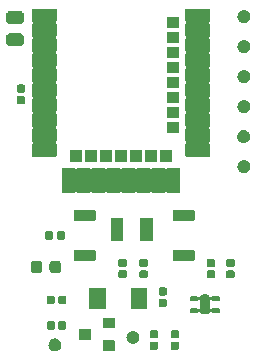
<source format=gbr>
G04 #@! TF.GenerationSoftware,KiCad,Pcbnew,7.0.9*
G04 #@! TF.CreationDate,2024-02-10T14:11:46+01:00*
G04 #@! TF.ProjectId,parasite,70617261-7369-4746-952e-6b696361645f,2.0.0*
G04 #@! TF.SameCoordinates,Original*
G04 #@! TF.FileFunction,Soldermask,Top*
G04 #@! TF.FilePolarity,Negative*
%FSLAX46Y46*%
G04 Gerber Fmt 4.6, Leading zero omitted, Abs format (unit mm)*
G04 Created by KiCad (PCBNEW 7.0.9) date 2024-02-10 14:11:46*
%MOMM*%
%LPD*%
G01*
G04 APERTURE LIST*
G04 APERTURE END LIST*
G36*
X61417386Y-58927922D02*
G01*
X61446184Y-58927922D01*
X61479204Y-58936060D01*
X61522350Y-58941741D01*
X61551884Y-58953974D01*
X61574708Y-58959600D01*
X61609311Y-58977761D01*
X61655000Y-58996686D01*
X61675845Y-59012680D01*
X61691913Y-59021114D01*
X61724765Y-59050218D01*
X61768909Y-59084091D01*
X61781454Y-59100440D01*
X61790993Y-59108891D01*
X61818349Y-59148523D01*
X61856314Y-59198000D01*
X61862035Y-59211813D01*
X61866188Y-59217829D01*
X61884204Y-59265334D01*
X61911259Y-59330650D01*
X61912473Y-59339871D01*
X61913126Y-59341593D01*
X61918181Y-59383233D01*
X61930000Y-59473000D01*
X61918180Y-59562774D01*
X61913126Y-59604406D01*
X61912473Y-59606127D01*
X61911259Y-59615350D01*
X61884200Y-59680676D01*
X61866188Y-59728170D01*
X61862036Y-59734184D01*
X61856314Y-59748000D01*
X61818342Y-59797485D01*
X61790993Y-59837108D01*
X61781456Y-59845556D01*
X61768909Y-59861909D01*
X61724756Y-59895787D01*
X61691913Y-59924885D01*
X61675849Y-59933315D01*
X61655000Y-59949314D01*
X61609302Y-59968242D01*
X61574708Y-59986399D01*
X61551889Y-59992023D01*
X61522350Y-60004259D01*
X61479201Y-60009939D01*
X61446184Y-60018078D01*
X61417386Y-60018078D01*
X61380000Y-60023000D01*
X61342614Y-60018078D01*
X61313816Y-60018078D01*
X61280797Y-60009939D01*
X61237650Y-60004259D01*
X61208111Y-59992023D01*
X61185291Y-59986399D01*
X61150692Y-59968240D01*
X61105000Y-59949314D01*
X61084153Y-59933317D01*
X61068086Y-59924885D01*
X61035235Y-59895782D01*
X60991091Y-59861909D01*
X60978545Y-59845559D01*
X60969006Y-59837108D01*
X60941647Y-59797472D01*
X60903686Y-59748000D01*
X60897964Y-59734187D01*
X60893811Y-59728170D01*
X60875787Y-59680647D01*
X60848741Y-59615350D01*
X60847527Y-59606131D01*
X60846873Y-59604406D01*
X60841806Y-59562676D01*
X60830000Y-59473000D01*
X60841805Y-59383331D01*
X60846873Y-59341593D01*
X60847527Y-59339867D01*
X60848741Y-59330650D01*
X60875783Y-59265363D01*
X60893811Y-59217829D01*
X60897965Y-59211809D01*
X60903686Y-59198000D01*
X60941640Y-59148536D01*
X60969006Y-59108891D01*
X60978547Y-59100437D01*
X60991091Y-59084091D01*
X61035227Y-59050224D01*
X61068086Y-59021114D01*
X61084157Y-59012679D01*
X61105000Y-58996686D01*
X61150683Y-58977763D01*
X61185291Y-58959600D01*
X61208116Y-58953974D01*
X61237650Y-58941741D01*
X61280795Y-58936060D01*
X61313816Y-58927922D01*
X61342614Y-58927922D01*
X61380000Y-58923000D01*
X61417386Y-58927922D01*
G37*
G36*
X66405134Y-59071806D02*
G01*
X66421355Y-59082645D01*
X66432194Y-59098866D01*
X66436000Y-59118000D01*
X66436000Y-59918000D01*
X66432194Y-59937134D01*
X66421355Y-59953355D01*
X66405134Y-59964194D01*
X66386000Y-59968000D01*
X65486000Y-59968000D01*
X65466866Y-59964194D01*
X65450645Y-59953355D01*
X65439806Y-59937134D01*
X65436000Y-59918000D01*
X65436000Y-59118000D01*
X65439806Y-59098866D01*
X65450645Y-59082645D01*
X65466866Y-59071806D01*
X65486000Y-59068000D01*
X66386000Y-59068000D01*
X66405134Y-59071806D01*
G37*
G36*
X69950537Y-59212190D02*
G01*
X69982580Y-59216408D01*
X69990642Y-59220167D01*
X70010080Y-59224034D01*
X70035830Y-59241239D01*
X70046674Y-59246296D01*
X70053270Y-59252892D01*
X70074154Y-59266846D01*
X70088107Y-59287729D01*
X70094703Y-59294325D01*
X70099758Y-59305167D01*
X70116966Y-59330920D01*
X70120832Y-59350359D01*
X70124591Y-59358419D01*
X70128807Y-59390451D01*
X70132000Y-59406500D01*
X70132000Y-59701500D01*
X70128807Y-59717551D01*
X70124591Y-59749580D01*
X70120833Y-59757638D01*
X70116966Y-59777080D01*
X70099757Y-59802835D01*
X70094703Y-59813674D01*
X70088109Y-59820267D01*
X70074154Y-59841154D01*
X70053267Y-59855109D01*
X70046674Y-59861703D01*
X70035835Y-59866757D01*
X70010080Y-59883966D01*
X69990638Y-59887833D01*
X69982580Y-59891591D01*
X69950550Y-59895807D01*
X69934500Y-59899000D01*
X69589500Y-59899000D01*
X69573449Y-59895807D01*
X69541419Y-59891591D01*
X69533359Y-59887832D01*
X69513920Y-59883966D01*
X69488167Y-59866758D01*
X69477325Y-59861703D01*
X69470729Y-59855107D01*
X69449846Y-59841154D01*
X69435892Y-59820270D01*
X69429296Y-59813674D01*
X69424239Y-59802830D01*
X69407034Y-59777080D01*
X69403167Y-59757642D01*
X69399408Y-59749580D01*
X69395189Y-59717535D01*
X69392000Y-59701500D01*
X69392000Y-59406500D01*
X69395189Y-59390465D01*
X69399408Y-59358419D01*
X69403167Y-59350356D01*
X69407034Y-59330920D01*
X69424237Y-59305172D01*
X69429296Y-59294325D01*
X69435894Y-59287726D01*
X69449846Y-59266846D01*
X69470726Y-59252894D01*
X69477325Y-59246296D01*
X69488172Y-59241237D01*
X69513920Y-59224034D01*
X69533356Y-59220167D01*
X69541419Y-59216408D01*
X69573466Y-59212189D01*
X69589500Y-59209000D01*
X69934500Y-59209000D01*
X69950537Y-59212190D01*
G37*
G36*
X71728537Y-59212190D02*
G01*
X71760580Y-59216408D01*
X71768642Y-59220167D01*
X71788080Y-59224034D01*
X71813830Y-59241239D01*
X71824674Y-59246296D01*
X71831270Y-59252892D01*
X71852154Y-59266846D01*
X71866107Y-59287729D01*
X71872703Y-59294325D01*
X71877758Y-59305167D01*
X71894966Y-59330920D01*
X71898832Y-59350359D01*
X71902591Y-59358419D01*
X71906807Y-59390451D01*
X71910000Y-59406500D01*
X71910000Y-59701500D01*
X71906807Y-59717551D01*
X71902591Y-59749580D01*
X71898833Y-59757638D01*
X71894966Y-59777080D01*
X71877757Y-59802835D01*
X71872703Y-59813674D01*
X71866109Y-59820267D01*
X71852154Y-59841154D01*
X71831267Y-59855109D01*
X71824674Y-59861703D01*
X71813835Y-59866757D01*
X71788080Y-59883966D01*
X71768638Y-59887833D01*
X71760580Y-59891591D01*
X71728550Y-59895807D01*
X71712500Y-59899000D01*
X71367500Y-59899000D01*
X71351449Y-59895807D01*
X71319419Y-59891591D01*
X71311359Y-59887832D01*
X71291920Y-59883966D01*
X71266167Y-59866758D01*
X71255325Y-59861703D01*
X71248729Y-59855107D01*
X71227846Y-59841154D01*
X71213892Y-59820270D01*
X71207296Y-59813674D01*
X71202239Y-59802830D01*
X71185034Y-59777080D01*
X71181167Y-59757642D01*
X71177408Y-59749580D01*
X71173189Y-59717535D01*
X71170000Y-59701500D01*
X71170000Y-59406500D01*
X71173189Y-59390465D01*
X71177408Y-59358419D01*
X71181167Y-59350356D01*
X71185034Y-59330920D01*
X71202237Y-59305172D01*
X71207296Y-59294325D01*
X71213894Y-59287726D01*
X71227846Y-59266846D01*
X71248726Y-59252894D01*
X71255325Y-59246296D01*
X71266172Y-59241237D01*
X71291920Y-59224034D01*
X71311356Y-59220167D01*
X71319419Y-59216408D01*
X71351466Y-59212189D01*
X71367500Y-59209000D01*
X71712500Y-59209000D01*
X71728537Y-59212190D01*
G37*
G36*
X68021386Y-58292922D02*
G01*
X68050184Y-58292922D01*
X68083204Y-58301060D01*
X68126350Y-58306741D01*
X68155884Y-58318974D01*
X68178708Y-58324600D01*
X68213311Y-58342761D01*
X68259000Y-58361686D01*
X68279845Y-58377680D01*
X68295913Y-58386114D01*
X68328765Y-58415218D01*
X68372909Y-58449091D01*
X68385454Y-58465440D01*
X68394993Y-58473891D01*
X68422349Y-58513523D01*
X68460314Y-58563000D01*
X68466035Y-58576813D01*
X68470188Y-58582829D01*
X68488204Y-58630334D01*
X68515259Y-58695650D01*
X68516473Y-58704871D01*
X68517126Y-58706593D01*
X68522181Y-58748233D01*
X68534000Y-58838000D01*
X68522180Y-58927774D01*
X68517126Y-58969406D01*
X68516473Y-58971127D01*
X68515259Y-58980350D01*
X68488200Y-59045676D01*
X68470188Y-59093170D01*
X68466036Y-59099184D01*
X68460314Y-59113000D01*
X68422342Y-59162485D01*
X68394993Y-59202108D01*
X68385456Y-59210556D01*
X68372909Y-59226909D01*
X68328756Y-59260787D01*
X68295913Y-59289885D01*
X68279849Y-59298315D01*
X68259000Y-59314314D01*
X68213302Y-59333242D01*
X68178708Y-59351399D01*
X68155889Y-59357023D01*
X68126350Y-59369259D01*
X68083201Y-59374939D01*
X68050184Y-59383078D01*
X68021386Y-59383078D01*
X67984000Y-59388000D01*
X67946614Y-59383078D01*
X67917816Y-59383078D01*
X67884797Y-59374939D01*
X67841650Y-59369259D01*
X67812111Y-59357023D01*
X67789291Y-59351399D01*
X67754692Y-59333240D01*
X67709000Y-59314314D01*
X67688153Y-59298317D01*
X67672086Y-59289885D01*
X67639235Y-59260782D01*
X67595091Y-59226909D01*
X67582545Y-59210559D01*
X67573006Y-59202108D01*
X67545647Y-59162472D01*
X67507686Y-59113000D01*
X67501964Y-59099187D01*
X67497811Y-59093170D01*
X67479787Y-59045647D01*
X67452741Y-58980350D01*
X67451527Y-58971131D01*
X67450873Y-58969406D01*
X67445806Y-58927676D01*
X67434000Y-58838000D01*
X67445805Y-58748331D01*
X67450873Y-58706593D01*
X67451527Y-58704867D01*
X67452741Y-58695650D01*
X67479783Y-58630363D01*
X67497811Y-58582829D01*
X67501965Y-58576809D01*
X67507686Y-58563000D01*
X67545640Y-58513536D01*
X67573006Y-58473891D01*
X67582547Y-58465437D01*
X67595091Y-58449091D01*
X67639227Y-58415224D01*
X67672086Y-58386114D01*
X67688157Y-58377679D01*
X67709000Y-58361686D01*
X67754683Y-58342763D01*
X67789291Y-58324600D01*
X67812116Y-58318974D01*
X67841650Y-58306741D01*
X67884795Y-58301060D01*
X67917816Y-58292922D01*
X67946614Y-58292922D01*
X67984000Y-58288000D01*
X68021386Y-58292922D01*
G37*
G36*
X64405134Y-58121806D02*
G01*
X64421355Y-58132645D01*
X64432194Y-58148866D01*
X64436000Y-58168000D01*
X64436000Y-58968000D01*
X64432194Y-58987134D01*
X64421355Y-59003355D01*
X64405134Y-59014194D01*
X64386000Y-59018000D01*
X63486000Y-59018000D01*
X63466866Y-59014194D01*
X63450645Y-59003355D01*
X63439806Y-58987134D01*
X63436000Y-58968000D01*
X63436000Y-58168000D01*
X63439806Y-58148866D01*
X63450645Y-58132645D01*
X63466866Y-58121806D01*
X63486000Y-58118000D01*
X64386000Y-58118000D01*
X64405134Y-58121806D01*
G37*
G36*
X69950537Y-58242190D02*
G01*
X69982580Y-58246408D01*
X69990642Y-58250167D01*
X70010080Y-58254034D01*
X70035830Y-58271239D01*
X70046674Y-58276296D01*
X70053270Y-58282892D01*
X70074154Y-58296846D01*
X70088107Y-58317729D01*
X70094703Y-58324325D01*
X70099758Y-58335167D01*
X70116966Y-58360920D01*
X70120832Y-58380359D01*
X70124591Y-58388419D01*
X70128807Y-58420451D01*
X70132000Y-58436500D01*
X70132000Y-58731500D01*
X70128807Y-58747551D01*
X70124591Y-58779580D01*
X70120833Y-58787638D01*
X70116966Y-58807080D01*
X70099757Y-58832835D01*
X70094703Y-58843674D01*
X70088109Y-58850267D01*
X70074154Y-58871154D01*
X70053267Y-58885109D01*
X70046674Y-58891703D01*
X70035835Y-58896757D01*
X70010080Y-58913966D01*
X69990638Y-58917833D01*
X69982580Y-58921591D01*
X69950550Y-58925807D01*
X69934500Y-58929000D01*
X69589500Y-58929000D01*
X69573449Y-58925807D01*
X69541419Y-58921591D01*
X69533359Y-58917832D01*
X69513920Y-58913966D01*
X69488167Y-58896758D01*
X69477325Y-58891703D01*
X69470729Y-58885107D01*
X69449846Y-58871154D01*
X69435892Y-58850270D01*
X69429296Y-58843674D01*
X69424239Y-58832830D01*
X69407034Y-58807080D01*
X69403167Y-58787642D01*
X69399408Y-58779580D01*
X69395189Y-58747535D01*
X69392000Y-58731500D01*
X69392000Y-58436500D01*
X69395189Y-58420465D01*
X69399408Y-58388419D01*
X69403167Y-58380356D01*
X69407034Y-58360920D01*
X69424237Y-58335172D01*
X69429296Y-58324325D01*
X69435894Y-58317726D01*
X69449846Y-58296846D01*
X69470726Y-58282894D01*
X69477325Y-58276296D01*
X69488172Y-58271237D01*
X69513920Y-58254034D01*
X69533356Y-58250167D01*
X69541419Y-58246408D01*
X69573466Y-58242189D01*
X69589500Y-58239000D01*
X69934500Y-58239000D01*
X69950537Y-58242190D01*
G37*
G36*
X71728537Y-58242190D02*
G01*
X71760580Y-58246408D01*
X71768642Y-58250167D01*
X71788080Y-58254034D01*
X71813830Y-58271239D01*
X71824674Y-58276296D01*
X71831270Y-58282892D01*
X71852154Y-58296846D01*
X71866107Y-58317729D01*
X71872703Y-58324325D01*
X71877758Y-58335167D01*
X71894966Y-58360920D01*
X71898832Y-58380359D01*
X71902591Y-58388419D01*
X71906807Y-58420451D01*
X71910000Y-58436500D01*
X71910000Y-58731500D01*
X71906807Y-58747551D01*
X71902591Y-58779580D01*
X71898833Y-58787638D01*
X71894966Y-58807080D01*
X71877757Y-58832835D01*
X71872703Y-58843674D01*
X71866109Y-58850267D01*
X71852154Y-58871154D01*
X71831267Y-58885109D01*
X71824674Y-58891703D01*
X71813835Y-58896757D01*
X71788080Y-58913966D01*
X71768638Y-58917833D01*
X71760580Y-58921591D01*
X71728550Y-58925807D01*
X71712500Y-58929000D01*
X71367500Y-58929000D01*
X71351449Y-58925807D01*
X71319419Y-58921591D01*
X71311359Y-58917832D01*
X71291920Y-58913966D01*
X71266167Y-58896758D01*
X71255325Y-58891703D01*
X71248729Y-58885107D01*
X71227846Y-58871154D01*
X71213892Y-58850270D01*
X71207296Y-58843674D01*
X71202239Y-58832830D01*
X71185034Y-58807080D01*
X71181167Y-58787642D01*
X71177408Y-58779580D01*
X71173189Y-58747535D01*
X71170000Y-58731500D01*
X71170000Y-58436500D01*
X71173189Y-58420465D01*
X71177408Y-58388419D01*
X71181167Y-58380356D01*
X71185034Y-58360920D01*
X71202237Y-58335172D01*
X71207296Y-58324325D01*
X71213894Y-58317726D01*
X71227846Y-58296846D01*
X71248726Y-58282894D01*
X71255325Y-58276296D01*
X71266172Y-58271237D01*
X71291920Y-58254034D01*
X71311356Y-58250167D01*
X71319419Y-58246408D01*
X71351466Y-58242189D01*
X71367500Y-58239000D01*
X71712500Y-58239000D01*
X71728537Y-58242190D01*
G37*
G36*
X61208536Y-57455189D02*
G01*
X61240580Y-57459408D01*
X61248642Y-57463167D01*
X61268080Y-57467034D01*
X61293830Y-57484239D01*
X61304674Y-57489296D01*
X61311270Y-57495892D01*
X61332154Y-57509846D01*
X61346107Y-57530729D01*
X61352703Y-57537325D01*
X61357758Y-57548167D01*
X61374966Y-57573920D01*
X61378832Y-57593359D01*
X61382591Y-57601419D01*
X61386807Y-57633451D01*
X61390000Y-57649500D01*
X61390000Y-57994500D01*
X61386806Y-58010552D01*
X61382591Y-58042580D01*
X61378833Y-58050638D01*
X61374966Y-58070080D01*
X61357757Y-58095835D01*
X61352703Y-58106674D01*
X61346109Y-58113267D01*
X61332154Y-58134154D01*
X61311267Y-58148109D01*
X61304674Y-58154703D01*
X61293835Y-58159757D01*
X61268080Y-58176966D01*
X61248638Y-58180833D01*
X61240580Y-58184591D01*
X61208550Y-58188807D01*
X61192500Y-58192000D01*
X60897500Y-58192000D01*
X60881450Y-58188807D01*
X60849419Y-58184591D01*
X60841359Y-58180832D01*
X60821920Y-58176966D01*
X60796167Y-58159758D01*
X60785325Y-58154703D01*
X60778729Y-58148107D01*
X60757846Y-58134154D01*
X60743892Y-58113270D01*
X60737296Y-58106674D01*
X60732239Y-58095830D01*
X60715034Y-58070080D01*
X60711167Y-58050642D01*
X60707408Y-58042580D01*
X60703189Y-58010535D01*
X60700000Y-57994500D01*
X60700000Y-57649500D01*
X60703189Y-57633464D01*
X60707408Y-57601419D01*
X60711167Y-57593356D01*
X60715034Y-57573920D01*
X60732237Y-57548172D01*
X60737296Y-57537325D01*
X60743894Y-57530726D01*
X60757846Y-57509846D01*
X60778726Y-57495894D01*
X60785325Y-57489296D01*
X60796172Y-57484237D01*
X60821920Y-57467034D01*
X60841356Y-57463167D01*
X60849419Y-57459408D01*
X60881466Y-57455189D01*
X60897500Y-57452000D01*
X61192500Y-57452000D01*
X61208536Y-57455189D01*
G37*
G36*
X62178536Y-57455189D02*
G01*
X62210580Y-57459408D01*
X62218642Y-57463167D01*
X62238080Y-57467034D01*
X62263830Y-57484239D01*
X62274674Y-57489296D01*
X62281270Y-57495892D01*
X62302154Y-57509846D01*
X62316107Y-57530729D01*
X62322703Y-57537325D01*
X62327758Y-57548167D01*
X62344966Y-57573920D01*
X62348832Y-57593359D01*
X62352591Y-57601419D01*
X62356807Y-57633451D01*
X62360000Y-57649500D01*
X62360000Y-57994500D01*
X62356806Y-58010552D01*
X62352591Y-58042580D01*
X62348833Y-58050638D01*
X62344966Y-58070080D01*
X62327757Y-58095835D01*
X62322703Y-58106674D01*
X62316109Y-58113267D01*
X62302154Y-58134154D01*
X62281267Y-58148109D01*
X62274674Y-58154703D01*
X62263835Y-58159757D01*
X62238080Y-58176966D01*
X62218638Y-58180833D01*
X62210580Y-58184591D01*
X62178550Y-58188807D01*
X62162500Y-58192000D01*
X61867500Y-58192000D01*
X61851450Y-58188807D01*
X61819419Y-58184591D01*
X61811359Y-58180832D01*
X61791920Y-58176966D01*
X61766167Y-58159758D01*
X61755325Y-58154703D01*
X61748729Y-58148107D01*
X61727846Y-58134154D01*
X61713892Y-58113270D01*
X61707296Y-58106674D01*
X61702239Y-58095830D01*
X61685034Y-58070080D01*
X61681167Y-58050642D01*
X61677408Y-58042580D01*
X61673189Y-58010535D01*
X61670000Y-57994500D01*
X61670000Y-57649500D01*
X61673189Y-57633464D01*
X61677408Y-57601419D01*
X61681167Y-57593356D01*
X61685034Y-57573920D01*
X61702237Y-57548172D01*
X61707296Y-57537325D01*
X61713894Y-57530726D01*
X61727846Y-57509846D01*
X61748726Y-57495894D01*
X61755325Y-57489296D01*
X61766172Y-57484237D01*
X61791920Y-57467034D01*
X61811356Y-57463167D01*
X61819419Y-57459408D01*
X61851466Y-57455189D01*
X61867500Y-57452000D01*
X62162500Y-57452000D01*
X62178536Y-57455189D01*
G37*
G36*
X66405134Y-57171806D02*
G01*
X66421355Y-57182645D01*
X66432194Y-57198866D01*
X66436000Y-57218000D01*
X66436000Y-58018000D01*
X66432194Y-58037134D01*
X66421355Y-58053355D01*
X66405134Y-58064194D01*
X66386000Y-58068000D01*
X65486000Y-58068000D01*
X65466866Y-58064194D01*
X65450645Y-58053355D01*
X65439806Y-58037134D01*
X65436000Y-58018000D01*
X65436000Y-57218000D01*
X65439806Y-57198866D01*
X65450645Y-57182645D01*
X65466866Y-57171806D01*
X65486000Y-57168000D01*
X66386000Y-57168000D01*
X66405134Y-57171806D01*
G37*
G36*
X74279791Y-55198931D02*
G01*
X74317514Y-55204427D01*
X74324438Y-55207811D01*
X74341104Y-55211127D01*
X74368054Y-55229134D01*
X74384736Y-55237290D01*
X74393750Y-55246304D01*
X74414099Y-55259901D01*
X74427695Y-55280249D01*
X74436709Y-55289263D01*
X74444862Y-55305941D01*
X74462873Y-55332896D01*
X74466188Y-55349565D01*
X74469570Y-55356482D01*
X74475056Y-55394146D01*
X74480000Y-55419000D01*
X74480000Y-55428085D01*
X74480779Y-55433433D01*
X74648315Y-55471286D01*
X74689243Y-55410032D01*
X74690467Y-55403881D01*
X74720273Y-55359273D01*
X74764881Y-55329467D01*
X74817500Y-55319000D01*
X75192500Y-55319000D01*
X75245119Y-55329467D01*
X75289727Y-55359273D01*
X75319533Y-55403881D01*
X75330000Y-55456500D01*
X75330000Y-55631500D01*
X75319533Y-55684119D01*
X75289727Y-55728727D01*
X75245119Y-55758533D01*
X75192500Y-55769000D01*
X74817500Y-55769000D01*
X74764881Y-55758533D01*
X74720273Y-55728727D01*
X74690467Y-55684119D01*
X74689242Y-55677963D01*
X74657427Y-55630348D01*
X74480000Y-55684168D01*
X74480000Y-56403828D01*
X74657425Y-56457651D01*
X74689243Y-56410031D01*
X74690467Y-56403881D01*
X74720273Y-56359273D01*
X74764881Y-56329467D01*
X74817500Y-56319000D01*
X75192500Y-56319000D01*
X75245119Y-56329467D01*
X75289727Y-56359273D01*
X75319533Y-56403881D01*
X75330000Y-56456500D01*
X75330000Y-56631500D01*
X75319533Y-56684119D01*
X75289727Y-56728727D01*
X75245119Y-56758533D01*
X75192500Y-56769000D01*
X74817500Y-56769000D01*
X74764881Y-56758533D01*
X74720273Y-56728727D01*
X74690467Y-56684119D01*
X74689242Y-56677965D01*
X74648315Y-56616712D01*
X74480778Y-56654567D01*
X74480000Y-56659908D01*
X74480000Y-56669000D01*
X74475054Y-56693864D01*
X74469570Y-56731517D01*
X74466189Y-56738432D01*
X74462873Y-56755104D01*
X74444860Y-56782060D01*
X74436709Y-56798736D01*
X74427697Y-56807747D01*
X74414099Y-56828099D01*
X74393747Y-56841697D01*
X74384736Y-56850709D01*
X74368060Y-56858861D01*
X74341104Y-56876873D01*
X74324434Y-56880188D01*
X74317514Y-56883572D01*
X74279810Y-56889064D01*
X74255000Y-56894000D01*
X73905000Y-56894000D01*
X73880192Y-56889065D01*
X73842485Y-56883572D01*
X73835563Y-56880188D01*
X73818896Y-56876873D01*
X73791942Y-56858863D01*
X73775263Y-56850709D01*
X73766249Y-56841695D01*
X73745901Y-56828099D01*
X73732304Y-56807750D01*
X73723290Y-56798736D01*
X73715134Y-56782054D01*
X73697127Y-56755104D01*
X73693811Y-56738438D01*
X73690427Y-56731514D01*
X73684926Y-56693766D01*
X73680000Y-56669000D01*
X73680000Y-56659960D01*
X73679213Y-56654560D01*
X73511680Y-56616716D01*
X73470758Y-56677960D01*
X73469533Y-56684119D01*
X73439727Y-56728727D01*
X73395119Y-56758533D01*
X73342500Y-56769000D01*
X72967500Y-56769000D01*
X72914881Y-56758533D01*
X72870273Y-56728727D01*
X72840467Y-56684119D01*
X72830000Y-56631500D01*
X72830000Y-56456500D01*
X72840467Y-56403881D01*
X72870273Y-56359273D01*
X72914881Y-56329467D01*
X72967500Y-56319000D01*
X73342500Y-56319000D01*
X73395119Y-56329467D01*
X73439727Y-56359273D01*
X73469533Y-56403881D01*
X73470757Y-56410038D01*
X73502571Y-56457651D01*
X73680000Y-56403830D01*
X73680000Y-55684170D01*
X73502571Y-55630349D01*
X73470757Y-55677960D01*
X73469533Y-55684119D01*
X73439727Y-55728727D01*
X73395119Y-55758533D01*
X73342500Y-55769000D01*
X72967500Y-55769000D01*
X72914881Y-55758533D01*
X72870273Y-55728727D01*
X72840467Y-55684119D01*
X72830000Y-55631500D01*
X72830000Y-55456500D01*
X72840467Y-55403881D01*
X72870273Y-55359273D01*
X72914881Y-55329467D01*
X72967500Y-55319000D01*
X73342500Y-55319000D01*
X73395119Y-55329467D01*
X73439727Y-55359273D01*
X73469533Y-55403881D01*
X73470757Y-55410036D01*
X73511681Y-55471283D01*
X73679212Y-55433439D01*
X73680000Y-55428031D01*
X73680000Y-55419000D01*
X73684922Y-55394251D01*
X73690426Y-55356488D01*
X73693812Y-55349561D01*
X73697127Y-55332896D01*
X73715133Y-55305947D01*
X73723290Y-55289263D01*
X73732306Y-55280246D01*
X73745901Y-55259901D01*
X73766246Y-55246306D01*
X73775263Y-55237290D01*
X73791948Y-55229133D01*
X73818896Y-55211127D01*
X73835560Y-55207812D01*
X73842485Y-55204427D01*
X73880211Y-55198930D01*
X73905000Y-55194000D01*
X74255000Y-55194000D01*
X74279791Y-55198931D01*
G37*
G36*
X65661134Y-54639806D02*
G01*
X65677355Y-54650645D01*
X65688194Y-54666866D01*
X65692000Y-54686000D01*
X65692000Y-56386000D01*
X65688194Y-56405134D01*
X65677355Y-56421355D01*
X65661134Y-56432194D01*
X65642000Y-56436000D01*
X64342000Y-56436000D01*
X64322866Y-56432194D01*
X64306645Y-56421355D01*
X64295806Y-56405134D01*
X64292000Y-56386000D01*
X64292000Y-54686000D01*
X64295806Y-54666866D01*
X64306645Y-54650645D01*
X64322866Y-54639806D01*
X64342000Y-54636000D01*
X65642000Y-54636000D01*
X65661134Y-54639806D01*
G37*
G36*
X69161134Y-54639806D02*
G01*
X69177355Y-54650645D01*
X69188194Y-54666866D01*
X69192000Y-54686000D01*
X69192000Y-56386000D01*
X69188194Y-56405134D01*
X69177355Y-56421355D01*
X69161134Y-56432194D01*
X69142000Y-56436000D01*
X67842000Y-56436000D01*
X67822866Y-56432194D01*
X67806645Y-56421355D01*
X67795806Y-56405134D01*
X67792000Y-56386000D01*
X67792000Y-54686000D01*
X67795806Y-54666866D01*
X67806645Y-54650645D01*
X67822866Y-54639806D01*
X67842000Y-54636000D01*
X69142000Y-54636000D01*
X69161134Y-54639806D01*
G37*
G36*
X70712537Y-55575190D02*
G01*
X70744580Y-55579408D01*
X70752642Y-55583167D01*
X70772080Y-55587034D01*
X70797830Y-55604239D01*
X70808674Y-55609296D01*
X70815270Y-55615892D01*
X70836154Y-55629846D01*
X70850107Y-55650729D01*
X70856703Y-55657325D01*
X70861758Y-55668167D01*
X70878966Y-55693920D01*
X70882832Y-55713359D01*
X70886591Y-55721419D01*
X70890807Y-55753451D01*
X70894000Y-55769500D01*
X70894000Y-56064500D01*
X70890807Y-56080551D01*
X70886591Y-56112580D01*
X70882833Y-56120638D01*
X70878966Y-56140080D01*
X70861757Y-56165835D01*
X70856703Y-56176674D01*
X70850109Y-56183267D01*
X70836154Y-56204154D01*
X70815267Y-56218109D01*
X70808674Y-56224703D01*
X70797835Y-56229757D01*
X70772080Y-56246966D01*
X70752638Y-56250833D01*
X70744580Y-56254591D01*
X70712550Y-56258807D01*
X70696500Y-56262000D01*
X70351500Y-56262000D01*
X70335449Y-56258807D01*
X70303419Y-56254591D01*
X70295359Y-56250832D01*
X70275920Y-56246966D01*
X70250167Y-56229758D01*
X70239325Y-56224703D01*
X70232729Y-56218107D01*
X70211846Y-56204154D01*
X70197892Y-56183270D01*
X70191296Y-56176674D01*
X70186239Y-56165830D01*
X70169034Y-56140080D01*
X70165167Y-56120642D01*
X70161408Y-56112580D01*
X70157189Y-56080535D01*
X70154000Y-56064500D01*
X70154000Y-55769500D01*
X70157189Y-55753465D01*
X70161408Y-55721419D01*
X70165167Y-55713356D01*
X70169034Y-55693920D01*
X70186237Y-55668172D01*
X70191296Y-55657325D01*
X70197894Y-55650726D01*
X70211846Y-55629846D01*
X70232726Y-55615894D01*
X70239325Y-55609296D01*
X70250172Y-55604237D01*
X70275920Y-55587034D01*
X70295356Y-55583167D01*
X70303419Y-55579408D01*
X70335466Y-55575189D01*
X70351500Y-55572000D01*
X70696500Y-55572000D01*
X70712537Y-55575190D01*
G37*
G36*
X61208536Y-55296189D02*
G01*
X61240580Y-55300408D01*
X61248642Y-55304167D01*
X61268080Y-55308034D01*
X61293830Y-55325239D01*
X61304674Y-55330296D01*
X61311270Y-55336892D01*
X61332154Y-55350846D01*
X61346107Y-55371729D01*
X61352703Y-55378325D01*
X61357758Y-55389167D01*
X61374966Y-55414920D01*
X61378832Y-55434359D01*
X61382591Y-55442419D01*
X61386807Y-55474451D01*
X61390000Y-55490500D01*
X61390000Y-55835500D01*
X61386806Y-55851552D01*
X61382591Y-55883580D01*
X61378833Y-55891638D01*
X61374966Y-55911080D01*
X61357757Y-55936835D01*
X61352703Y-55947674D01*
X61346109Y-55954267D01*
X61332154Y-55975154D01*
X61311267Y-55989109D01*
X61304674Y-55995703D01*
X61293835Y-56000757D01*
X61268080Y-56017966D01*
X61248638Y-56021833D01*
X61240580Y-56025591D01*
X61208550Y-56029807D01*
X61192500Y-56033000D01*
X60897500Y-56033000D01*
X60881450Y-56029807D01*
X60849419Y-56025591D01*
X60841359Y-56021832D01*
X60821920Y-56017966D01*
X60796167Y-56000758D01*
X60785325Y-55995703D01*
X60778729Y-55989107D01*
X60757846Y-55975154D01*
X60743892Y-55954270D01*
X60737296Y-55947674D01*
X60732239Y-55936830D01*
X60715034Y-55911080D01*
X60711167Y-55891642D01*
X60707408Y-55883580D01*
X60703189Y-55851535D01*
X60700000Y-55835500D01*
X60700000Y-55490500D01*
X60703189Y-55474464D01*
X60707408Y-55442419D01*
X60711167Y-55434356D01*
X60715034Y-55414920D01*
X60732237Y-55389172D01*
X60737296Y-55378325D01*
X60743894Y-55371726D01*
X60757846Y-55350846D01*
X60778726Y-55336894D01*
X60785325Y-55330296D01*
X60796172Y-55325237D01*
X60821920Y-55308034D01*
X60841356Y-55304167D01*
X60849419Y-55300408D01*
X60881466Y-55296189D01*
X60897500Y-55293000D01*
X61192500Y-55293000D01*
X61208536Y-55296189D01*
G37*
G36*
X62178536Y-55296189D02*
G01*
X62210580Y-55300408D01*
X62218642Y-55304167D01*
X62238080Y-55308034D01*
X62263830Y-55325239D01*
X62274674Y-55330296D01*
X62281270Y-55336892D01*
X62302154Y-55350846D01*
X62316107Y-55371729D01*
X62322703Y-55378325D01*
X62327758Y-55389167D01*
X62344966Y-55414920D01*
X62348832Y-55434359D01*
X62352591Y-55442419D01*
X62356807Y-55474451D01*
X62360000Y-55490500D01*
X62360000Y-55835500D01*
X62356806Y-55851552D01*
X62352591Y-55883580D01*
X62348833Y-55891638D01*
X62344966Y-55911080D01*
X62327757Y-55936835D01*
X62322703Y-55947674D01*
X62316109Y-55954267D01*
X62302154Y-55975154D01*
X62281267Y-55989109D01*
X62274674Y-55995703D01*
X62263835Y-56000757D01*
X62238080Y-56017966D01*
X62218638Y-56021833D01*
X62210580Y-56025591D01*
X62178550Y-56029807D01*
X62162500Y-56033000D01*
X61867500Y-56033000D01*
X61851450Y-56029807D01*
X61819419Y-56025591D01*
X61811359Y-56021832D01*
X61791920Y-56017966D01*
X61766167Y-56000758D01*
X61755325Y-55995703D01*
X61748729Y-55989107D01*
X61727846Y-55975154D01*
X61713892Y-55954270D01*
X61707296Y-55947674D01*
X61702239Y-55936830D01*
X61685034Y-55911080D01*
X61681167Y-55891642D01*
X61677408Y-55883580D01*
X61673189Y-55851535D01*
X61670000Y-55835500D01*
X61670000Y-55490500D01*
X61673189Y-55474464D01*
X61677408Y-55442419D01*
X61681167Y-55434356D01*
X61685034Y-55414920D01*
X61702237Y-55389172D01*
X61707296Y-55378325D01*
X61713894Y-55371726D01*
X61727846Y-55350846D01*
X61748726Y-55336894D01*
X61755325Y-55330296D01*
X61766172Y-55325237D01*
X61791920Y-55308034D01*
X61811356Y-55304167D01*
X61819419Y-55300408D01*
X61851466Y-55296189D01*
X61867500Y-55293000D01*
X62162500Y-55293000D01*
X62178536Y-55296189D01*
G37*
G36*
X70712537Y-54605190D02*
G01*
X70744580Y-54609408D01*
X70752642Y-54613167D01*
X70772080Y-54617034D01*
X70797830Y-54634239D01*
X70808674Y-54639296D01*
X70815270Y-54645892D01*
X70836154Y-54659846D01*
X70850107Y-54680729D01*
X70856703Y-54687325D01*
X70861758Y-54698167D01*
X70878966Y-54723920D01*
X70882832Y-54743359D01*
X70886591Y-54751419D01*
X70890807Y-54783451D01*
X70894000Y-54799500D01*
X70894000Y-55094500D01*
X70890807Y-55110551D01*
X70886591Y-55142580D01*
X70882833Y-55150638D01*
X70878966Y-55170080D01*
X70861757Y-55195835D01*
X70856703Y-55206674D01*
X70850109Y-55213267D01*
X70836154Y-55234154D01*
X70815267Y-55248109D01*
X70808674Y-55254703D01*
X70797835Y-55259757D01*
X70772080Y-55276966D01*
X70752638Y-55280833D01*
X70744580Y-55284591D01*
X70712550Y-55288807D01*
X70696500Y-55292000D01*
X70351500Y-55292000D01*
X70335449Y-55288807D01*
X70303419Y-55284591D01*
X70295359Y-55280832D01*
X70275920Y-55276966D01*
X70250167Y-55259758D01*
X70239325Y-55254703D01*
X70232729Y-55248107D01*
X70211846Y-55234154D01*
X70197892Y-55213270D01*
X70191296Y-55206674D01*
X70186239Y-55195830D01*
X70169034Y-55170080D01*
X70165167Y-55150642D01*
X70161408Y-55142580D01*
X70157189Y-55110535D01*
X70154000Y-55094500D01*
X70154000Y-54799500D01*
X70157189Y-54783465D01*
X70161408Y-54751419D01*
X70165167Y-54743356D01*
X70169034Y-54723920D01*
X70186237Y-54698172D01*
X70191296Y-54687325D01*
X70197894Y-54680726D01*
X70211846Y-54659846D01*
X70232726Y-54645894D01*
X70239325Y-54639296D01*
X70250172Y-54634237D01*
X70275920Y-54617034D01*
X70295356Y-54613167D01*
X70303419Y-54609408D01*
X70335466Y-54605189D01*
X70351500Y-54602000D01*
X70696500Y-54602000D01*
X70712537Y-54605190D01*
G37*
G36*
X69073037Y-53162190D02*
G01*
X69105080Y-53166408D01*
X69113142Y-53170167D01*
X69132580Y-53174034D01*
X69158330Y-53191239D01*
X69169174Y-53196296D01*
X69175770Y-53202892D01*
X69196654Y-53216846D01*
X69210607Y-53237729D01*
X69217203Y-53244325D01*
X69222258Y-53255167D01*
X69239466Y-53280920D01*
X69243332Y-53300359D01*
X69247091Y-53308419D01*
X69251307Y-53340451D01*
X69254500Y-53356500D01*
X69254500Y-53651500D01*
X69251307Y-53667551D01*
X69247091Y-53699580D01*
X69243333Y-53707638D01*
X69239466Y-53727080D01*
X69222257Y-53752835D01*
X69217203Y-53763674D01*
X69210609Y-53770267D01*
X69196654Y-53791154D01*
X69175767Y-53805109D01*
X69169174Y-53811703D01*
X69158335Y-53816757D01*
X69132580Y-53833966D01*
X69113138Y-53837833D01*
X69105080Y-53841591D01*
X69073050Y-53845807D01*
X69057000Y-53849000D01*
X68712000Y-53849000D01*
X68695949Y-53845807D01*
X68663919Y-53841591D01*
X68655859Y-53837832D01*
X68636420Y-53833966D01*
X68610667Y-53816758D01*
X68599825Y-53811703D01*
X68593229Y-53805107D01*
X68572346Y-53791154D01*
X68558392Y-53770270D01*
X68551796Y-53763674D01*
X68546739Y-53752830D01*
X68529534Y-53727080D01*
X68525667Y-53707642D01*
X68521908Y-53699580D01*
X68517689Y-53667535D01*
X68514500Y-53651500D01*
X68514500Y-53356500D01*
X68517689Y-53340465D01*
X68521908Y-53308419D01*
X68525667Y-53300356D01*
X68529534Y-53280920D01*
X68546737Y-53255172D01*
X68551796Y-53244325D01*
X68558394Y-53237726D01*
X68572346Y-53216846D01*
X68593226Y-53202894D01*
X68599825Y-53196296D01*
X68610672Y-53191237D01*
X68636420Y-53174034D01*
X68655856Y-53170167D01*
X68663919Y-53166408D01*
X68695966Y-53162189D01*
X68712000Y-53159000D01*
X69057000Y-53159000D01*
X69073037Y-53162190D01*
G37*
G36*
X74776537Y-53162190D02*
G01*
X74808580Y-53166408D01*
X74816642Y-53170167D01*
X74836080Y-53174034D01*
X74861830Y-53191239D01*
X74872674Y-53196296D01*
X74879270Y-53202892D01*
X74900154Y-53216846D01*
X74914107Y-53237729D01*
X74920703Y-53244325D01*
X74925758Y-53255167D01*
X74942966Y-53280920D01*
X74946832Y-53300359D01*
X74950591Y-53308419D01*
X74954807Y-53340451D01*
X74958000Y-53356500D01*
X74958000Y-53651500D01*
X74954807Y-53667551D01*
X74950591Y-53699580D01*
X74946833Y-53707638D01*
X74942966Y-53727080D01*
X74925757Y-53752835D01*
X74920703Y-53763674D01*
X74914109Y-53770267D01*
X74900154Y-53791154D01*
X74879267Y-53805109D01*
X74872674Y-53811703D01*
X74861835Y-53816757D01*
X74836080Y-53833966D01*
X74816638Y-53837833D01*
X74808580Y-53841591D01*
X74776550Y-53845807D01*
X74760500Y-53849000D01*
X74415500Y-53849000D01*
X74399449Y-53845807D01*
X74367419Y-53841591D01*
X74359359Y-53837832D01*
X74339920Y-53833966D01*
X74314167Y-53816758D01*
X74303325Y-53811703D01*
X74296729Y-53805107D01*
X74275846Y-53791154D01*
X74261892Y-53770270D01*
X74255296Y-53763674D01*
X74250239Y-53752830D01*
X74233034Y-53727080D01*
X74229167Y-53707642D01*
X74225408Y-53699580D01*
X74221189Y-53667535D01*
X74218000Y-53651500D01*
X74218000Y-53356500D01*
X74221189Y-53340465D01*
X74225408Y-53308419D01*
X74229167Y-53300356D01*
X74233034Y-53280920D01*
X74250237Y-53255172D01*
X74255296Y-53244325D01*
X74261894Y-53237726D01*
X74275846Y-53216846D01*
X74296726Y-53202894D01*
X74303325Y-53196296D01*
X74314172Y-53191237D01*
X74339920Y-53174034D01*
X74359356Y-53170167D01*
X74367419Y-53166408D01*
X74399466Y-53162189D01*
X74415500Y-53159000D01*
X74760500Y-53159000D01*
X74776537Y-53162190D01*
G37*
G36*
X76427537Y-53162190D02*
G01*
X76459580Y-53166408D01*
X76467642Y-53170167D01*
X76487080Y-53174034D01*
X76512830Y-53191239D01*
X76523674Y-53196296D01*
X76530270Y-53202892D01*
X76551154Y-53216846D01*
X76565107Y-53237729D01*
X76571703Y-53244325D01*
X76576758Y-53255167D01*
X76593966Y-53280920D01*
X76597832Y-53300359D01*
X76601591Y-53308419D01*
X76605807Y-53340451D01*
X76609000Y-53356500D01*
X76609000Y-53651500D01*
X76605807Y-53667551D01*
X76601591Y-53699580D01*
X76597833Y-53707638D01*
X76593966Y-53727080D01*
X76576757Y-53752835D01*
X76571703Y-53763674D01*
X76565109Y-53770267D01*
X76551154Y-53791154D01*
X76530267Y-53805109D01*
X76523674Y-53811703D01*
X76512835Y-53816757D01*
X76487080Y-53833966D01*
X76467638Y-53837833D01*
X76459580Y-53841591D01*
X76427550Y-53845807D01*
X76411500Y-53849000D01*
X76066500Y-53849000D01*
X76050449Y-53845807D01*
X76018419Y-53841591D01*
X76010359Y-53837832D01*
X75990920Y-53833966D01*
X75965167Y-53816758D01*
X75954325Y-53811703D01*
X75947729Y-53805107D01*
X75926846Y-53791154D01*
X75912892Y-53770270D01*
X75906296Y-53763674D01*
X75901239Y-53752830D01*
X75884034Y-53727080D01*
X75880167Y-53707642D01*
X75876408Y-53699580D01*
X75872189Y-53667535D01*
X75869000Y-53651500D01*
X75869000Y-53356500D01*
X75872189Y-53340465D01*
X75876408Y-53308419D01*
X75880167Y-53300356D01*
X75884034Y-53280920D01*
X75901237Y-53255172D01*
X75906296Y-53244325D01*
X75912894Y-53237726D01*
X75926846Y-53216846D01*
X75947726Y-53202894D01*
X75954325Y-53196296D01*
X75965172Y-53191237D01*
X75990920Y-53174034D01*
X76010356Y-53170167D01*
X76018419Y-53166408D01*
X76050466Y-53162189D01*
X76066500Y-53159000D01*
X76411500Y-53159000D01*
X76427537Y-53162190D01*
G37*
G36*
X67295037Y-53139190D02*
G01*
X67327080Y-53143408D01*
X67335142Y-53147167D01*
X67354580Y-53151034D01*
X67380330Y-53168239D01*
X67391174Y-53173296D01*
X67397770Y-53179892D01*
X67418654Y-53193846D01*
X67432607Y-53214729D01*
X67439203Y-53221325D01*
X67444258Y-53232167D01*
X67461466Y-53257920D01*
X67465332Y-53277359D01*
X67469091Y-53285419D01*
X67473307Y-53317451D01*
X67476500Y-53333500D01*
X67476500Y-53628500D01*
X67473307Y-53644551D01*
X67469091Y-53676580D01*
X67465333Y-53684638D01*
X67461466Y-53704080D01*
X67444257Y-53729835D01*
X67439203Y-53740674D01*
X67432609Y-53747267D01*
X67418654Y-53768154D01*
X67397767Y-53782109D01*
X67391174Y-53788703D01*
X67380335Y-53793757D01*
X67354580Y-53810966D01*
X67335138Y-53814833D01*
X67327080Y-53818591D01*
X67295050Y-53822807D01*
X67279000Y-53826000D01*
X66934000Y-53826000D01*
X66917949Y-53822807D01*
X66885919Y-53818591D01*
X66877859Y-53814832D01*
X66858420Y-53810966D01*
X66832667Y-53793758D01*
X66821825Y-53788703D01*
X66815229Y-53782107D01*
X66794346Y-53768154D01*
X66780392Y-53747270D01*
X66773796Y-53740674D01*
X66768739Y-53729830D01*
X66751534Y-53704080D01*
X66747667Y-53684642D01*
X66743908Y-53676580D01*
X66739689Y-53644535D01*
X66736500Y-53628500D01*
X66736500Y-53333500D01*
X66739689Y-53317465D01*
X66743908Y-53285419D01*
X66747667Y-53277356D01*
X66751534Y-53257920D01*
X66768737Y-53232172D01*
X66773796Y-53221325D01*
X66780394Y-53214726D01*
X66794346Y-53193846D01*
X66815226Y-53179894D01*
X66821825Y-53173296D01*
X66832672Y-53168237D01*
X66858420Y-53151034D01*
X66877856Y-53147167D01*
X66885919Y-53143408D01*
X66917966Y-53139189D01*
X66934000Y-53136000D01*
X67279000Y-53136000D01*
X67295037Y-53139190D01*
G37*
G36*
X60087691Y-52351646D02*
G01*
X60131817Y-52358635D01*
X60137574Y-52361568D01*
X60152096Y-52364457D01*
X60180524Y-52383452D01*
X60206299Y-52396585D01*
X60218623Y-52408909D01*
X60239285Y-52422715D01*
X60253090Y-52443376D01*
X60265414Y-52455700D01*
X60278545Y-52481472D01*
X60297543Y-52509904D01*
X60300431Y-52524427D01*
X60303364Y-52530182D01*
X60310349Y-52574287D01*
X60318000Y-52612750D01*
X60318000Y-53125250D01*
X60310348Y-53163716D01*
X60303364Y-53207817D01*
X60300432Y-53213571D01*
X60297543Y-53228096D01*
X60278543Y-53256530D01*
X60265414Y-53282299D01*
X60253092Y-53294620D01*
X60239285Y-53315285D01*
X60218620Y-53329092D01*
X60206299Y-53341414D01*
X60180530Y-53354543D01*
X60152096Y-53373543D01*
X60137571Y-53376432D01*
X60131817Y-53379364D01*
X60087716Y-53386348D01*
X60049250Y-53394000D01*
X59611750Y-53394000D01*
X59573287Y-53386349D01*
X59529182Y-53379364D01*
X59523427Y-53376431D01*
X59508904Y-53373543D01*
X59480472Y-53354545D01*
X59454700Y-53341414D01*
X59442376Y-53329090D01*
X59421715Y-53315285D01*
X59407909Y-53294623D01*
X59395585Y-53282299D01*
X59382452Y-53256524D01*
X59363457Y-53228096D01*
X59360568Y-53213574D01*
X59357635Y-53207817D01*
X59350646Y-53163691D01*
X59343000Y-53125250D01*
X59343000Y-52612750D01*
X59350645Y-52574312D01*
X59357635Y-52530182D01*
X59360568Y-52524423D01*
X59363457Y-52509904D01*
X59382450Y-52481478D01*
X59395585Y-52455700D01*
X59407911Y-52443373D01*
X59421715Y-52422715D01*
X59442373Y-52408911D01*
X59454700Y-52396585D01*
X59480478Y-52383450D01*
X59508904Y-52364457D01*
X59523423Y-52361568D01*
X59529182Y-52358635D01*
X59573312Y-52351645D01*
X59611750Y-52344000D01*
X60049250Y-52344000D01*
X60087691Y-52351646D01*
G37*
G36*
X61662691Y-52351646D02*
G01*
X61706817Y-52358635D01*
X61712574Y-52361568D01*
X61727096Y-52364457D01*
X61755524Y-52383452D01*
X61781299Y-52396585D01*
X61793623Y-52408909D01*
X61814285Y-52422715D01*
X61828090Y-52443376D01*
X61840414Y-52455700D01*
X61853545Y-52481472D01*
X61872543Y-52509904D01*
X61875431Y-52524427D01*
X61878364Y-52530182D01*
X61885349Y-52574287D01*
X61893000Y-52612750D01*
X61893000Y-53125250D01*
X61885348Y-53163716D01*
X61878364Y-53207817D01*
X61875432Y-53213571D01*
X61872543Y-53228096D01*
X61853543Y-53256530D01*
X61840414Y-53282299D01*
X61828092Y-53294620D01*
X61814285Y-53315285D01*
X61793620Y-53329092D01*
X61781299Y-53341414D01*
X61755530Y-53354543D01*
X61727096Y-53373543D01*
X61712571Y-53376432D01*
X61706817Y-53379364D01*
X61662716Y-53386348D01*
X61624250Y-53394000D01*
X61186750Y-53394000D01*
X61148287Y-53386349D01*
X61104182Y-53379364D01*
X61098427Y-53376431D01*
X61083904Y-53373543D01*
X61055472Y-53354545D01*
X61029700Y-53341414D01*
X61017376Y-53329090D01*
X60996715Y-53315285D01*
X60982909Y-53294623D01*
X60970585Y-53282299D01*
X60957452Y-53256524D01*
X60938457Y-53228096D01*
X60935568Y-53213574D01*
X60932635Y-53207817D01*
X60925646Y-53163691D01*
X60918000Y-53125250D01*
X60918000Y-52612750D01*
X60925645Y-52574312D01*
X60932635Y-52530182D01*
X60935568Y-52524423D01*
X60938457Y-52509904D01*
X60957450Y-52481478D01*
X60970585Y-52455700D01*
X60982911Y-52443373D01*
X60996715Y-52422715D01*
X61017373Y-52408911D01*
X61029700Y-52396585D01*
X61055478Y-52383450D01*
X61083904Y-52364457D01*
X61098423Y-52361568D01*
X61104182Y-52358635D01*
X61148312Y-52351645D01*
X61186750Y-52344000D01*
X61624250Y-52344000D01*
X61662691Y-52351646D01*
G37*
G36*
X69073037Y-52192190D02*
G01*
X69105080Y-52196408D01*
X69113142Y-52200167D01*
X69132580Y-52204034D01*
X69158330Y-52221239D01*
X69169174Y-52226296D01*
X69175770Y-52232892D01*
X69196654Y-52246846D01*
X69210607Y-52267729D01*
X69217203Y-52274325D01*
X69222258Y-52285167D01*
X69239466Y-52310920D01*
X69243332Y-52330359D01*
X69247091Y-52338419D01*
X69251307Y-52370451D01*
X69254500Y-52386500D01*
X69254500Y-52681500D01*
X69251307Y-52697551D01*
X69247091Y-52729580D01*
X69243333Y-52737638D01*
X69239466Y-52757080D01*
X69222257Y-52782835D01*
X69217203Y-52793674D01*
X69210609Y-52800267D01*
X69196654Y-52821154D01*
X69175767Y-52835109D01*
X69169174Y-52841703D01*
X69158335Y-52846757D01*
X69132580Y-52863966D01*
X69113138Y-52867833D01*
X69105080Y-52871591D01*
X69073050Y-52875807D01*
X69057000Y-52879000D01*
X68712000Y-52879000D01*
X68695949Y-52875807D01*
X68663919Y-52871591D01*
X68655859Y-52867832D01*
X68636420Y-52863966D01*
X68610667Y-52846758D01*
X68599825Y-52841703D01*
X68593229Y-52835107D01*
X68572346Y-52821154D01*
X68558392Y-52800270D01*
X68551796Y-52793674D01*
X68546739Y-52782830D01*
X68529534Y-52757080D01*
X68525667Y-52737642D01*
X68521908Y-52729580D01*
X68517689Y-52697535D01*
X68514500Y-52681500D01*
X68514500Y-52386500D01*
X68517689Y-52370465D01*
X68521908Y-52338419D01*
X68525667Y-52330356D01*
X68529534Y-52310920D01*
X68546737Y-52285172D01*
X68551796Y-52274325D01*
X68558394Y-52267726D01*
X68572346Y-52246846D01*
X68593226Y-52232894D01*
X68599825Y-52226296D01*
X68610672Y-52221237D01*
X68636420Y-52204034D01*
X68655856Y-52200167D01*
X68663919Y-52196408D01*
X68695966Y-52192189D01*
X68712000Y-52189000D01*
X69057000Y-52189000D01*
X69073037Y-52192190D01*
G37*
G36*
X74776537Y-52192190D02*
G01*
X74808580Y-52196408D01*
X74816642Y-52200167D01*
X74836080Y-52204034D01*
X74861830Y-52221239D01*
X74872674Y-52226296D01*
X74879270Y-52232892D01*
X74900154Y-52246846D01*
X74914107Y-52267729D01*
X74920703Y-52274325D01*
X74925758Y-52285167D01*
X74942966Y-52310920D01*
X74946832Y-52330359D01*
X74950591Y-52338419D01*
X74954807Y-52370451D01*
X74958000Y-52386500D01*
X74958000Y-52681500D01*
X74954807Y-52697551D01*
X74950591Y-52729580D01*
X74946833Y-52737638D01*
X74942966Y-52757080D01*
X74925757Y-52782835D01*
X74920703Y-52793674D01*
X74914109Y-52800267D01*
X74900154Y-52821154D01*
X74879267Y-52835109D01*
X74872674Y-52841703D01*
X74861835Y-52846757D01*
X74836080Y-52863966D01*
X74816638Y-52867833D01*
X74808580Y-52871591D01*
X74776550Y-52875807D01*
X74760500Y-52879000D01*
X74415500Y-52879000D01*
X74399449Y-52875807D01*
X74367419Y-52871591D01*
X74359359Y-52867832D01*
X74339920Y-52863966D01*
X74314167Y-52846758D01*
X74303325Y-52841703D01*
X74296729Y-52835107D01*
X74275846Y-52821154D01*
X74261892Y-52800270D01*
X74255296Y-52793674D01*
X74250239Y-52782830D01*
X74233034Y-52757080D01*
X74229167Y-52737642D01*
X74225408Y-52729580D01*
X74221189Y-52697535D01*
X74218000Y-52681500D01*
X74218000Y-52386500D01*
X74221189Y-52370465D01*
X74225408Y-52338419D01*
X74229167Y-52330356D01*
X74233034Y-52310920D01*
X74250237Y-52285172D01*
X74255296Y-52274325D01*
X74261894Y-52267726D01*
X74275846Y-52246846D01*
X74296726Y-52232894D01*
X74303325Y-52226296D01*
X74314172Y-52221237D01*
X74339920Y-52204034D01*
X74359356Y-52200167D01*
X74367419Y-52196408D01*
X74399466Y-52192189D01*
X74415500Y-52189000D01*
X74760500Y-52189000D01*
X74776537Y-52192190D01*
G37*
G36*
X76427537Y-52192190D02*
G01*
X76459580Y-52196408D01*
X76467642Y-52200167D01*
X76487080Y-52204034D01*
X76512830Y-52221239D01*
X76523674Y-52226296D01*
X76530270Y-52232892D01*
X76551154Y-52246846D01*
X76565107Y-52267729D01*
X76571703Y-52274325D01*
X76576758Y-52285167D01*
X76593966Y-52310920D01*
X76597832Y-52330359D01*
X76601591Y-52338419D01*
X76605807Y-52370451D01*
X76609000Y-52386500D01*
X76609000Y-52681500D01*
X76605807Y-52697551D01*
X76601591Y-52729580D01*
X76597833Y-52737638D01*
X76593966Y-52757080D01*
X76576757Y-52782835D01*
X76571703Y-52793674D01*
X76565109Y-52800267D01*
X76551154Y-52821154D01*
X76530267Y-52835109D01*
X76523674Y-52841703D01*
X76512835Y-52846757D01*
X76487080Y-52863966D01*
X76467638Y-52867833D01*
X76459580Y-52871591D01*
X76427550Y-52875807D01*
X76411500Y-52879000D01*
X76066500Y-52879000D01*
X76050449Y-52875807D01*
X76018419Y-52871591D01*
X76010359Y-52867832D01*
X75990920Y-52863966D01*
X75965167Y-52846758D01*
X75954325Y-52841703D01*
X75947729Y-52835107D01*
X75926846Y-52821154D01*
X75912892Y-52800270D01*
X75906296Y-52793674D01*
X75901239Y-52782830D01*
X75884034Y-52757080D01*
X75880167Y-52737642D01*
X75876408Y-52729580D01*
X75872189Y-52697535D01*
X75869000Y-52681500D01*
X75869000Y-52386500D01*
X75872189Y-52370465D01*
X75876408Y-52338419D01*
X75880167Y-52330356D01*
X75884034Y-52310920D01*
X75901237Y-52285172D01*
X75906296Y-52274325D01*
X75912894Y-52267726D01*
X75926846Y-52246846D01*
X75947726Y-52232894D01*
X75954325Y-52226296D01*
X75965172Y-52221237D01*
X75990920Y-52204034D01*
X76010356Y-52200167D01*
X76018419Y-52196408D01*
X76050466Y-52192189D01*
X76066500Y-52189000D01*
X76411500Y-52189000D01*
X76427537Y-52192190D01*
G37*
G36*
X67295037Y-52169190D02*
G01*
X67327080Y-52173408D01*
X67335142Y-52177167D01*
X67354580Y-52181034D01*
X67380330Y-52198239D01*
X67391174Y-52203296D01*
X67397770Y-52209892D01*
X67418654Y-52223846D01*
X67432607Y-52244729D01*
X67439203Y-52251325D01*
X67444258Y-52262167D01*
X67461466Y-52287920D01*
X67465332Y-52307359D01*
X67469091Y-52315419D01*
X67473307Y-52347451D01*
X67476500Y-52363500D01*
X67476500Y-52658500D01*
X67473307Y-52674551D01*
X67469091Y-52706580D01*
X67465333Y-52714638D01*
X67461466Y-52734080D01*
X67444257Y-52759835D01*
X67439203Y-52770674D01*
X67432609Y-52777267D01*
X67418654Y-52798154D01*
X67397767Y-52812109D01*
X67391174Y-52818703D01*
X67380335Y-52823757D01*
X67354580Y-52840966D01*
X67335138Y-52844833D01*
X67327080Y-52848591D01*
X67295050Y-52852807D01*
X67279000Y-52856000D01*
X66934000Y-52856000D01*
X66917949Y-52852807D01*
X66885919Y-52848591D01*
X66877859Y-52844832D01*
X66858420Y-52840966D01*
X66832667Y-52823758D01*
X66821825Y-52818703D01*
X66815229Y-52812107D01*
X66794346Y-52798154D01*
X66780392Y-52777270D01*
X66773796Y-52770674D01*
X66768739Y-52759830D01*
X66751534Y-52734080D01*
X66747667Y-52714642D01*
X66743908Y-52706580D01*
X66739689Y-52674535D01*
X66736500Y-52658500D01*
X66736500Y-52363500D01*
X66739689Y-52347465D01*
X66743908Y-52315419D01*
X66747667Y-52307356D01*
X66751534Y-52287920D01*
X66768737Y-52262172D01*
X66773796Y-52251325D01*
X66780394Y-52244726D01*
X66794346Y-52223846D01*
X66815226Y-52209894D01*
X66821825Y-52203296D01*
X66832672Y-52198237D01*
X66858420Y-52181034D01*
X66877856Y-52177167D01*
X66885919Y-52173408D01*
X66917966Y-52169189D01*
X66934000Y-52166000D01*
X67279000Y-52166000D01*
X67295037Y-52169190D01*
G37*
G36*
X64789134Y-51455806D02*
G01*
X64805355Y-51466645D01*
X64816194Y-51482866D01*
X64820000Y-51502000D01*
X64820000Y-52302000D01*
X64816194Y-52321134D01*
X64805355Y-52337355D01*
X64789134Y-52348194D01*
X64770000Y-52352000D01*
X63070000Y-52352000D01*
X63050866Y-52348194D01*
X63034645Y-52337355D01*
X63023806Y-52321134D01*
X63020000Y-52302000D01*
X63020000Y-51502000D01*
X63023806Y-51482866D01*
X63034645Y-51466645D01*
X63050866Y-51455806D01*
X63070000Y-51452000D01*
X64770000Y-51452000D01*
X64789134Y-51455806D01*
G37*
G36*
X73171134Y-51455806D02*
G01*
X73187355Y-51466645D01*
X73198194Y-51482866D01*
X73202000Y-51502000D01*
X73202000Y-52302000D01*
X73198194Y-52321134D01*
X73187355Y-52337355D01*
X73171134Y-52348194D01*
X73152000Y-52352000D01*
X71452000Y-52352000D01*
X71432866Y-52348194D01*
X71416645Y-52337355D01*
X71405806Y-52321134D01*
X71402000Y-52302000D01*
X71402000Y-51502000D01*
X71405806Y-51482866D01*
X71416645Y-51466645D01*
X71432866Y-51455806D01*
X71452000Y-51452000D01*
X73152000Y-51452000D01*
X73171134Y-51455806D01*
G37*
G36*
X67157634Y-48747806D02*
G01*
X67173855Y-48758645D01*
X67184694Y-48774866D01*
X67188500Y-48794000D01*
X67188500Y-50594000D01*
X67184694Y-50613134D01*
X67173855Y-50629355D01*
X67157634Y-50640194D01*
X67138500Y-50644000D01*
X66138500Y-50644000D01*
X66119366Y-50640194D01*
X66103145Y-50629355D01*
X66092306Y-50613134D01*
X66088500Y-50594000D01*
X66088500Y-48794000D01*
X66092306Y-48774866D01*
X66103145Y-48758645D01*
X66119366Y-48747806D01*
X66138500Y-48744000D01*
X67138500Y-48744000D01*
X67157634Y-48747806D01*
G37*
G36*
X69657634Y-48747806D02*
G01*
X69673855Y-48758645D01*
X69684694Y-48774866D01*
X69688500Y-48794000D01*
X69688500Y-50594000D01*
X69684694Y-50613134D01*
X69673855Y-50629355D01*
X69657634Y-50640194D01*
X69638500Y-50644000D01*
X68638500Y-50644000D01*
X68619366Y-50640194D01*
X68603145Y-50629355D01*
X68592306Y-50613134D01*
X68588500Y-50594000D01*
X68588500Y-48794000D01*
X68592306Y-48774866D01*
X68603145Y-48758645D01*
X68619366Y-48747806D01*
X68638500Y-48744000D01*
X69638500Y-48744000D01*
X69657634Y-48747806D01*
G37*
G36*
X61058536Y-49835189D02*
G01*
X61090580Y-49839408D01*
X61098642Y-49843167D01*
X61118080Y-49847034D01*
X61143830Y-49864239D01*
X61154674Y-49869296D01*
X61161270Y-49875892D01*
X61182154Y-49889846D01*
X61196107Y-49910729D01*
X61202703Y-49917325D01*
X61207758Y-49928167D01*
X61224966Y-49953920D01*
X61228832Y-49973359D01*
X61232591Y-49981419D01*
X61236807Y-50013451D01*
X61240000Y-50029500D01*
X61240000Y-50374500D01*
X61236806Y-50390552D01*
X61232591Y-50422580D01*
X61228833Y-50430638D01*
X61224966Y-50450080D01*
X61207757Y-50475835D01*
X61202703Y-50486674D01*
X61196109Y-50493267D01*
X61182154Y-50514154D01*
X61161267Y-50528109D01*
X61154674Y-50534703D01*
X61143835Y-50539757D01*
X61118080Y-50556966D01*
X61098638Y-50560833D01*
X61090580Y-50564591D01*
X61058550Y-50568807D01*
X61042500Y-50572000D01*
X60747500Y-50572000D01*
X60731450Y-50568807D01*
X60699419Y-50564591D01*
X60691359Y-50560832D01*
X60671920Y-50556966D01*
X60646167Y-50539758D01*
X60635325Y-50534703D01*
X60628729Y-50528107D01*
X60607846Y-50514154D01*
X60593892Y-50493270D01*
X60587296Y-50486674D01*
X60582239Y-50475830D01*
X60565034Y-50450080D01*
X60561167Y-50430642D01*
X60557408Y-50422580D01*
X60553189Y-50390535D01*
X60550000Y-50374500D01*
X60550000Y-50029500D01*
X60553189Y-50013464D01*
X60557408Y-49981419D01*
X60561167Y-49973356D01*
X60565034Y-49953920D01*
X60582237Y-49928172D01*
X60587296Y-49917325D01*
X60593894Y-49910726D01*
X60607846Y-49889846D01*
X60628726Y-49875894D01*
X60635325Y-49869296D01*
X60646172Y-49864237D01*
X60671920Y-49847034D01*
X60691356Y-49843167D01*
X60699419Y-49839408D01*
X60731466Y-49835189D01*
X60747500Y-49832000D01*
X61042500Y-49832000D01*
X61058536Y-49835189D01*
G37*
G36*
X62028536Y-49835189D02*
G01*
X62060580Y-49839408D01*
X62068642Y-49843167D01*
X62088080Y-49847034D01*
X62113830Y-49864239D01*
X62124674Y-49869296D01*
X62131270Y-49875892D01*
X62152154Y-49889846D01*
X62166107Y-49910729D01*
X62172703Y-49917325D01*
X62177758Y-49928167D01*
X62194966Y-49953920D01*
X62198832Y-49973359D01*
X62202591Y-49981419D01*
X62206807Y-50013451D01*
X62210000Y-50029500D01*
X62210000Y-50374500D01*
X62206806Y-50390552D01*
X62202591Y-50422580D01*
X62198833Y-50430638D01*
X62194966Y-50450080D01*
X62177757Y-50475835D01*
X62172703Y-50486674D01*
X62166109Y-50493267D01*
X62152154Y-50514154D01*
X62131267Y-50528109D01*
X62124674Y-50534703D01*
X62113835Y-50539757D01*
X62088080Y-50556966D01*
X62068638Y-50560833D01*
X62060580Y-50564591D01*
X62028550Y-50568807D01*
X62012500Y-50572000D01*
X61717500Y-50572000D01*
X61701450Y-50568807D01*
X61669419Y-50564591D01*
X61661359Y-50560832D01*
X61641920Y-50556966D01*
X61616167Y-50539758D01*
X61605325Y-50534703D01*
X61598729Y-50528107D01*
X61577846Y-50514154D01*
X61563892Y-50493270D01*
X61557296Y-50486674D01*
X61552239Y-50475830D01*
X61535034Y-50450080D01*
X61531167Y-50430642D01*
X61527408Y-50422580D01*
X61523189Y-50390535D01*
X61520000Y-50374500D01*
X61520000Y-50029500D01*
X61523189Y-50013464D01*
X61527408Y-49981419D01*
X61531167Y-49973356D01*
X61535034Y-49953920D01*
X61552237Y-49928172D01*
X61557296Y-49917325D01*
X61563894Y-49910726D01*
X61577846Y-49889846D01*
X61598726Y-49875894D01*
X61605325Y-49869296D01*
X61616172Y-49864237D01*
X61641920Y-49847034D01*
X61661356Y-49843167D01*
X61669419Y-49839408D01*
X61701466Y-49835189D01*
X61717500Y-49832000D01*
X62012500Y-49832000D01*
X62028536Y-49835189D01*
G37*
G36*
X64789134Y-48055806D02*
G01*
X64805355Y-48066645D01*
X64816194Y-48082866D01*
X64820000Y-48102000D01*
X64820000Y-48902000D01*
X64816194Y-48921134D01*
X64805355Y-48937355D01*
X64789134Y-48948194D01*
X64770000Y-48952000D01*
X63070000Y-48952000D01*
X63050866Y-48948194D01*
X63034645Y-48937355D01*
X63023806Y-48921134D01*
X63020000Y-48902000D01*
X63020000Y-48102000D01*
X63023806Y-48082866D01*
X63034645Y-48066645D01*
X63050866Y-48055806D01*
X63070000Y-48052000D01*
X64770000Y-48052000D01*
X64789134Y-48055806D01*
G37*
G36*
X73171134Y-48055806D02*
G01*
X73187355Y-48066645D01*
X73198194Y-48082866D01*
X73202000Y-48102000D01*
X73202000Y-48902000D01*
X73198194Y-48921134D01*
X73187355Y-48937355D01*
X73171134Y-48948194D01*
X73152000Y-48952000D01*
X71452000Y-48952000D01*
X71432866Y-48948194D01*
X71416645Y-48937355D01*
X71405806Y-48921134D01*
X71402000Y-48902000D01*
X71402000Y-48102000D01*
X71405806Y-48082866D01*
X71416645Y-48066645D01*
X71432866Y-48055806D01*
X71452000Y-48052000D01*
X73152000Y-48052000D01*
X73171134Y-48055806D01*
G37*
G36*
X63047134Y-44526356D02*
G01*
X63063355Y-44537195D01*
X63074194Y-44553416D01*
X63075418Y-44559571D01*
X63096187Y-44590653D01*
X63229813Y-44590653D01*
X63250581Y-44559569D01*
X63251806Y-44553416D01*
X63262645Y-44537195D01*
X63278866Y-44526356D01*
X63298000Y-44522550D01*
X64298000Y-44522550D01*
X64317134Y-44526356D01*
X64333355Y-44537195D01*
X64344194Y-44553416D01*
X64345418Y-44559571D01*
X64366187Y-44590653D01*
X64499813Y-44590653D01*
X64520581Y-44559569D01*
X64521806Y-44553416D01*
X64532645Y-44537195D01*
X64548866Y-44526356D01*
X64568000Y-44522550D01*
X65568000Y-44522550D01*
X65587134Y-44526356D01*
X65603355Y-44537195D01*
X65614194Y-44553416D01*
X65615418Y-44559571D01*
X65636187Y-44590653D01*
X65769813Y-44590653D01*
X65790581Y-44559569D01*
X65791806Y-44553416D01*
X65802645Y-44537195D01*
X65818866Y-44526356D01*
X65838000Y-44522550D01*
X66838000Y-44522550D01*
X66857134Y-44526356D01*
X66873355Y-44537195D01*
X66884194Y-44553416D01*
X66885418Y-44559571D01*
X66906187Y-44590653D01*
X67039813Y-44590653D01*
X67060581Y-44559569D01*
X67061806Y-44553416D01*
X67072645Y-44537195D01*
X67088866Y-44526356D01*
X67108000Y-44522550D01*
X68108000Y-44522550D01*
X68127134Y-44526356D01*
X68143355Y-44537195D01*
X68154194Y-44553416D01*
X68155418Y-44559571D01*
X68176187Y-44590653D01*
X68309813Y-44590653D01*
X68330581Y-44559569D01*
X68331806Y-44553416D01*
X68342645Y-44537195D01*
X68358866Y-44526356D01*
X68378000Y-44522550D01*
X69378000Y-44522550D01*
X69397134Y-44526356D01*
X69413355Y-44537195D01*
X69424194Y-44553416D01*
X69425418Y-44559571D01*
X69446187Y-44590653D01*
X69579813Y-44590653D01*
X69600581Y-44559569D01*
X69601806Y-44553416D01*
X69612645Y-44537195D01*
X69628866Y-44526356D01*
X69648000Y-44522550D01*
X70648000Y-44522550D01*
X70667134Y-44526356D01*
X70683355Y-44537195D01*
X70694194Y-44553416D01*
X70695418Y-44559571D01*
X70716187Y-44590653D01*
X70849813Y-44590653D01*
X70870581Y-44559569D01*
X70871806Y-44553416D01*
X70882645Y-44537195D01*
X70898866Y-44526356D01*
X70918000Y-44522550D01*
X71918000Y-44522550D01*
X71937134Y-44526356D01*
X71953355Y-44537195D01*
X71964194Y-44553416D01*
X71968000Y-44572550D01*
X71968000Y-46572550D01*
X71964194Y-46591684D01*
X71953355Y-46607905D01*
X71937134Y-46618744D01*
X71918000Y-46622550D01*
X70918000Y-46622550D01*
X70898866Y-46618744D01*
X70882645Y-46607905D01*
X70871806Y-46591684D01*
X70870581Y-46585526D01*
X70849815Y-46554446D01*
X70716185Y-46554446D01*
X70695419Y-46585525D01*
X70694194Y-46591684D01*
X70683355Y-46607905D01*
X70667134Y-46618744D01*
X70648000Y-46622550D01*
X69648000Y-46622550D01*
X69628866Y-46618744D01*
X69612645Y-46607905D01*
X69601806Y-46591684D01*
X69600581Y-46585526D01*
X69579815Y-46554446D01*
X69446185Y-46554446D01*
X69425419Y-46585525D01*
X69424194Y-46591684D01*
X69413355Y-46607905D01*
X69397134Y-46618744D01*
X69378000Y-46622550D01*
X68378000Y-46622550D01*
X68358866Y-46618744D01*
X68342645Y-46607905D01*
X68331806Y-46591684D01*
X68330581Y-46585526D01*
X68309815Y-46554446D01*
X68176185Y-46554446D01*
X68155419Y-46585525D01*
X68154194Y-46591684D01*
X68143355Y-46607905D01*
X68127134Y-46618744D01*
X68108000Y-46622550D01*
X67108000Y-46622550D01*
X67088866Y-46618744D01*
X67072645Y-46607905D01*
X67061806Y-46591684D01*
X67060581Y-46585526D01*
X67039815Y-46554446D01*
X66906185Y-46554446D01*
X66885419Y-46585525D01*
X66884194Y-46591684D01*
X66873355Y-46607905D01*
X66857134Y-46618744D01*
X66838000Y-46622550D01*
X65838000Y-46622550D01*
X65818866Y-46618744D01*
X65802645Y-46607905D01*
X65791806Y-46591684D01*
X65790581Y-46585526D01*
X65769815Y-46554446D01*
X65636185Y-46554446D01*
X65615419Y-46585525D01*
X65614194Y-46591684D01*
X65603355Y-46607905D01*
X65587134Y-46618744D01*
X65568000Y-46622550D01*
X64568000Y-46622550D01*
X64548866Y-46618744D01*
X64532645Y-46607905D01*
X64521806Y-46591684D01*
X64520581Y-46585526D01*
X64499815Y-46554446D01*
X64366185Y-46554446D01*
X64345419Y-46585525D01*
X64344194Y-46591684D01*
X64333355Y-46607905D01*
X64317134Y-46618744D01*
X64298000Y-46622550D01*
X63298000Y-46622550D01*
X63278866Y-46618744D01*
X63262645Y-46607905D01*
X63251806Y-46591684D01*
X63250581Y-46585526D01*
X63229815Y-46554446D01*
X63096185Y-46554446D01*
X63075419Y-46585525D01*
X63074194Y-46591684D01*
X63063355Y-46607905D01*
X63047134Y-46618744D01*
X63028000Y-46622550D01*
X62028000Y-46622550D01*
X62008866Y-46618744D01*
X61992645Y-46607905D01*
X61981806Y-46591684D01*
X61978000Y-46572550D01*
X61978000Y-44572550D01*
X61981806Y-44553416D01*
X61992645Y-44537195D01*
X62008866Y-44526356D01*
X62028000Y-44522550D01*
X63028000Y-44522550D01*
X63047134Y-44526356D01*
G37*
G36*
X77419386Y-43824922D02*
G01*
X77448184Y-43824922D01*
X77481204Y-43833060D01*
X77524350Y-43838741D01*
X77553884Y-43850974D01*
X77576708Y-43856600D01*
X77611311Y-43874761D01*
X77657000Y-43893686D01*
X77677845Y-43909680D01*
X77693913Y-43918114D01*
X77726765Y-43947218D01*
X77770909Y-43981091D01*
X77783454Y-43997440D01*
X77792993Y-44005891D01*
X77820349Y-44045523D01*
X77858314Y-44095000D01*
X77864035Y-44108813D01*
X77868188Y-44114829D01*
X77886204Y-44162334D01*
X77913259Y-44227650D01*
X77914473Y-44236871D01*
X77915126Y-44238593D01*
X77920181Y-44280233D01*
X77932000Y-44370000D01*
X77920180Y-44459774D01*
X77915126Y-44501406D01*
X77914473Y-44503127D01*
X77913259Y-44512350D01*
X77886200Y-44577676D01*
X77868188Y-44625170D01*
X77864036Y-44631184D01*
X77858314Y-44645000D01*
X77820342Y-44694485D01*
X77792993Y-44734108D01*
X77783456Y-44742556D01*
X77770909Y-44758909D01*
X77726756Y-44792787D01*
X77693913Y-44821885D01*
X77677849Y-44830315D01*
X77657000Y-44846314D01*
X77611302Y-44865242D01*
X77576708Y-44883399D01*
X77553889Y-44889023D01*
X77524350Y-44901259D01*
X77481201Y-44906939D01*
X77448184Y-44915078D01*
X77419386Y-44915078D01*
X77382000Y-44920000D01*
X77344614Y-44915078D01*
X77315816Y-44915078D01*
X77282797Y-44906939D01*
X77239650Y-44901259D01*
X77210111Y-44889023D01*
X77187291Y-44883399D01*
X77152692Y-44865240D01*
X77107000Y-44846314D01*
X77086153Y-44830317D01*
X77070086Y-44821885D01*
X77037235Y-44792782D01*
X76993091Y-44758909D01*
X76980545Y-44742559D01*
X76971006Y-44734108D01*
X76943647Y-44694472D01*
X76905686Y-44645000D01*
X76899964Y-44631187D01*
X76895811Y-44625170D01*
X76877787Y-44577647D01*
X76850741Y-44512350D01*
X76849527Y-44503131D01*
X76848873Y-44501406D01*
X76843806Y-44459676D01*
X76832000Y-44370000D01*
X76843805Y-44280331D01*
X76848873Y-44238593D01*
X76849527Y-44236867D01*
X76850741Y-44227650D01*
X76877783Y-44162363D01*
X76895811Y-44114829D01*
X76899965Y-44108809D01*
X76905686Y-44095000D01*
X76943640Y-44045536D01*
X76971006Y-44005891D01*
X76980547Y-43997437D01*
X76993091Y-43981091D01*
X77037227Y-43947224D01*
X77070086Y-43918114D01*
X77086157Y-43909679D01*
X77107000Y-43893686D01*
X77152683Y-43874763D01*
X77187291Y-43856600D01*
X77210116Y-43850974D01*
X77239650Y-43838741D01*
X77282795Y-43833060D01*
X77315816Y-43824922D01*
X77344614Y-43824922D01*
X77382000Y-43820000D01*
X77419386Y-43824922D01*
G37*
G36*
X63627134Y-42976356D02*
G01*
X63643355Y-42987195D01*
X63654194Y-43003416D01*
X63658000Y-43022550D01*
X63658000Y-43922550D01*
X63654194Y-43941684D01*
X63643355Y-43957905D01*
X63627134Y-43968744D01*
X63608000Y-43972550D01*
X62708000Y-43972550D01*
X62688866Y-43968744D01*
X62672645Y-43957905D01*
X62661806Y-43941684D01*
X62658000Y-43922550D01*
X62658000Y-43022550D01*
X62661806Y-43003416D01*
X62672645Y-42987195D01*
X62688866Y-42976356D01*
X62708000Y-42972550D01*
X63608000Y-42972550D01*
X63627134Y-42976356D01*
G37*
G36*
X64897134Y-42976356D02*
G01*
X64913355Y-42987195D01*
X64924194Y-43003416D01*
X64928000Y-43022550D01*
X64928000Y-43922550D01*
X64924194Y-43941684D01*
X64913355Y-43957905D01*
X64897134Y-43968744D01*
X64878000Y-43972550D01*
X63978000Y-43972550D01*
X63958866Y-43968744D01*
X63942645Y-43957905D01*
X63931806Y-43941684D01*
X63928000Y-43922550D01*
X63928000Y-43022550D01*
X63931806Y-43003416D01*
X63942645Y-42987195D01*
X63958866Y-42976356D01*
X63978000Y-42972550D01*
X64878000Y-42972550D01*
X64897134Y-42976356D01*
G37*
G36*
X66167134Y-42976356D02*
G01*
X66183355Y-42987195D01*
X66194194Y-43003416D01*
X66198000Y-43022550D01*
X66198000Y-43922550D01*
X66194194Y-43941684D01*
X66183355Y-43957905D01*
X66167134Y-43968744D01*
X66148000Y-43972550D01*
X65248000Y-43972550D01*
X65228866Y-43968744D01*
X65212645Y-43957905D01*
X65201806Y-43941684D01*
X65198000Y-43922550D01*
X65198000Y-43022550D01*
X65201806Y-43003416D01*
X65212645Y-42987195D01*
X65228866Y-42976356D01*
X65248000Y-42972550D01*
X66148000Y-42972550D01*
X66167134Y-42976356D01*
G37*
G36*
X67437134Y-42976356D02*
G01*
X67453355Y-42987195D01*
X67464194Y-43003416D01*
X67468000Y-43022550D01*
X67468000Y-43922550D01*
X67464194Y-43941684D01*
X67453355Y-43957905D01*
X67437134Y-43968744D01*
X67418000Y-43972550D01*
X66518000Y-43972550D01*
X66498866Y-43968744D01*
X66482645Y-43957905D01*
X66471806Y-43941684D01*
X66468000Y-43922550D01*
X66468000Y-43022550D01*
X66471806Y-43003416D01*
X66482645Y-42987195D01*
X66498866Y-42976356D01*
X66518000Y-42972550D01*
X67418000Y-42972550D01*
X67437134Y-42976356D01*
G37*
G36*
X68707134Y-42976356D02*
G01*
X68723355Y-42987195D01*
X68734194Y-43003416D01*
X68738000Y-43022550D01*
X68738000Y-43922550D01*
X68734194Y-43941684D01*
X68723355Y-43957905D01*
X68707134Y-43968744D01*
X68688000Y-43972550D01*
X67788000Y-43972550D01*
X67768866Y-43968744D01*
X67752645Y-43957905D01*
X67741806Y-43941684D01*
X67738000Y-43922550D01*
X67738000Y-43022550D01*
X67741806Y-43003416D01*
X67752645Y-42987195D01*
X67768866Y-42976356D01*
X67788000Y-42972550D01*
X68688000Y-42972550D01*
X68707134Y-42976356D01*
G37*
G36*
X69977134Y-42976356D02*
G01*
X69993355Y-42987195D01*
X70004194Y-43003416D01*
X70008000Y-43022550D01*
X70008000Y-43922550D01*
X70004194Y-43941684D01*
X69993355Y-43957905D01*
X69977134Y-43968744D01*
X69958000Y-43972550D01*
X69058000Y-43972550D01*
X69038866Y-43968744D01*
X69022645Y-43957905D01*
X69011806Y-43941684D01*
X69008000Y-43922550D01*
X69008000Y-43022550D01*
X69011806Y-43003416D01*
X69022645Y-42987195D01*
X69038866Y-42976356D01*
X69058000Y-42972550D01*
X69958000Y-42972550D01*
X69977134Y-42976356D01*
G37*
G36*
X71247134Y-42976356D02*
G01*
X71263355Y-42987195D01*
X71274194Y-43003416D01*
X71278000Y-43022550D01*
X71278000Y-43922550D01*
X71274194Y-43941684D01*
X71263355Y-43957905D01*
X71247134Y-43968744D01*
X71228000Y-43972550D01*
X70328000Y-43972550D01*
X70308866Y-43968744D01*
X70292645Y-43957905D01*
X70281806Y-43941684D01*
X70278000Y-43922550D01*
X70278000Y-43022550D01*
X70281806Y-43003416D01*
X70292645Y-42987195D01*
X70308866Y-42976356D01*
X70328000Y-42972550D01*
X71228000Y-42972550D01*
X71247134Y-42976356D01*
G37*
G36*
X61487134Y-30996356D02*
G01*
X61503355Y-31007195D01*
X61514194Y-31023416D01*
X61518000Y-31042550D01*
X61518000Y-32042550D01*
X61514194Y-32061684D01*
X61503355Y-32077905D01*
X61487134Y-32088744D01*
X61480975Y-32089969D01*
X61449896Y-32110735D01*
X61449896Y-32244365D01*
X61480976Y-32265131D01*
X61487134Y-32266356D01*
X61503355Y-32277195D01*
X61514194Y-32293416D01*
X61518000Y-32312550D01*
X61518000Y-33312550D01*
X61514194Y-33331684D01*
X61503355Y-33347905D01*
X61487134Y-33358744D01*
X61480975Y-33359969D01*
X61449896Y-33380735D01*
X61449896Y-33514365D01*
X61480976Y-33535131D01*
X61487134Y-33536356D01*
X61503355Y-33547195D01*
X61514194Y-33563416D01*
X61518000Y-33582550D01*
X61518000Y-34582550D01*
X61514194Y-34601684D01*
X61503355Y-34617905D01*
X61487134Y-34628744D01*
X61480975Y-34629969D01*
X61449896Y-34650735D01*
X61449896Y-34784365D01*
X61480976Y-34805131D01*
X61487134Y-34806356D01*
X61503355Y-34817195D01*
X61514194Y-34833416D01*
X61518000Y-34852550D01*
X61518000Y-35852550D01*
X61514194Y-35871684D01*
X61503355Y-35887905D01*
X61487134Y-35898744D01*
X61480975Y-35899969D01*
X61449896Y-35920735D01*
X61449896Y-36054365D01*
X61480976Y-36075131D01*
X61487134Y-36076356D01*
X61503355Y-36087195D01*
X61514194Y-36103416D01*
X61518000Y-36122550D01*
X61518000Y-37122550D01*
X61514194Y-37141684D01*
X61503355Y-37157905D01*
X61487134Y-37168744D01*
X61480975Y-37169969D01*
X61449896Y-37190735D01*
X61449896Y-37324365D01*
X61480976Y-37345131D01*
X61487134Y-37346356D01*
X61503355Y-37357195D01*
X61514194Y-37373416D01*
X61518000Y-37392550D01*
X61518000Y-38392550D01*
X61514194Y-38411684D01*
X61503355Y-38427905D01*
X61487134Y-38438744D01*
X61480975Y-38439969D01*
X61449896Y-38460735D01*
X61449896Y-38594365D01*
X61480976Y-38615131D01*
X61487134Y-38616356D01*
X61503355Y-38627195D01*
X61514194Y-38643416D01*
X61518000Y-38662550D01*
X61518000Y-39662550D01*
X61514194Y-39681684D01*
X61503355Y-39697905D01*
X61487134Y-39708744D01*
X61480975Y-39709969D01*
X61449896Y-39730735D01*
X61449896Y-39864365D01*
X61480976Y-39885131D01*
X61487134Y-39886356D01*
X61503355Y-39897195D01*
X61514194Y-39913416D01*
X61518000Y-39932550D01*
X61518000Y-40932550D01*
X61514194Y-40951684D01*
X61503355Y-40967905D01*
X61487134Y-40978744D01*
X61480975Y-40979969D01*
X61449896Y-41000735D01*
X61449896Y-41134365D01*
X61480976Y-41155131D01*
X61487134Y-41156356D01*
X61503355Y-41167195D01*
X61514194Y-41183416D01*
X61518000Y-41202550D01*
X61518000Y-42202550D01*
X61514194Y-42221684D01*
X61503355Y-42237905D01*
X61487134Y-42248744D01*
X61480975Y-42249969D01*
X61449896Y-42270735D01*
X61449896Y-42404365D01*
X61480976Y-42425131D01*
X61487134Y-42426356D01*
X61503355Y-42437195D01*
X61514194Y-42453416D01*
X61518000Y-42472550D01*
X61518000Y-43472550D01*
X61514194Y-43491684D01*
X61503355Y-43507905D01*
X61487134Y-43518744D01*
X61468000Y-43522550D01*
X59468000Y-43522550D01*
X59448866Y-43518744D01*
X59432645Y-43507905D01*
X59421806Y-43491684D01*
X59418000Y-43472550D01*
X59418000Y-42472550D01*
X59421806Y-42453416D01*
X59432645Y-42437195D01*
X59448866Y-42426356D01*
X59455019Y-42425131D01*
X59486103Y-42404363D01*
X59486103Y-42270737D01*
X59455021Y-42249968D01*
X59448866Y-42248744D01*
X59432645Y-42237905D01*
X59421806Y-42221684D01*
X59418000Y-42202550D01*
X59418000Y-41202550D01*
X59421806Y-41183416D01*
X59432645Y-41167195D01*
X59448866Y-41156356D01*
X59455019Y-41155131D01*
X59486103Y-41134363D01*
X59486103Y-41000737D01*
X59455021Y-40979968D01*
X59448866Y-40978744D01*
X59432645Y-40967905D01*
X59421806Y-40951684D01*
X59418000Y-40932550D01*
X59418000Y-39932550D01*
X59421806Y-39913416D01*
X59432645Y-39897195D01*
X59448866Y-39886356D01*
X59455019Y-39885131D01*
X59486103Y-39864363D01*
X59486103Y-39730737D01*
X59455021Y-39709968D01*
X59448866Y-39708744D01*
X59432645Y-39697905D01*
X59421806Y-39681684D01*
X59418000Y-39662550D01*
X59418000Y-38662550D01*
X59421806Y-38643416D01*
X59432645Y-38627195D01*
X59448866Y-38616356D01*
X59455019Y-38615131D01*
X59486103Y-38594363D01*
X59486103Y-38460737D01*
X59455021Y-38439968D01*
X59448866Y-38438744D01*
X59432645Y-38427905D01*
X59421806Y-38411684D01*
X59418000Y-38392550D01*
X59418000Y-37392550D01*
X59421806Y-37373416D01*
X59432645Y-37357195D01*
X59448866Y-37346356D01*
X59455019Y-37345131D01*
X59486103Y-37324363D01*
X59486103Y-37190737D01*
X59455021Y-37169968D01*
X59448866Y-37168744D01*
X59432645Y-37157905D01*
X59421806Y-37141684D01*
X59418000Y-37122550D01*
X59418000Y-36122550D01*
X59421806Y-36103416D01*
X59432645Y-36087195D01*
X59448866Y-36076356D01*
X59455019Y-36075131D01*
X59486103Y-36054363D01*
X59486103Y-35920737D01*
X59455021Y-35899968D01*
X59448866Y-35898744D01*
X59432645Y-35887905D01*
X59421806Y-35871684D01*
X59418000Y-35852550D01*
X59418000Y-34852550D01*
X59421806Y-34833416D01*
X59432645Y-34817195D01*
X59448866Y-34806356D01*
X59455019Y-34805131D01*
X59486103Y-34784363D01*
X59486103Y-34650737D01*
X59455021Y-34629968D01*
X59448866Y-34628744D01*
X59432645Y-34617905D01*
X59421806Y-34601684D01*
X59418000Y-34582550D01*
X59418000Y-33582550D01*
X59421806Y-33563416D01*
X59432645Y-33547195D01*
X59448866Y-33536356D01*
X59455019Y-33535131D01*
X59486103Y-33514363D01*
X59486103Y-33380737D01*
X59455021Y-33359968D01*
X59448866Y-33358744D01*
X59432645Y-33347905D01*
X59421806Y-33331684D01*
X59418000Y-33312550D01*
X59418000Y-32312550D01*
X59421806Y-32293416D01*
X59432645Y-32277195D01*
X59448866Y-32266356D01*
X59455019Y-32265131D01*
X59486103Y-32244363D01*
X59486103Y-32110737D01*
X59455021Y-32089968D01*
X59448866Y-32088744D01*
X59432645Y-32077905D01*
X59421806Y-32061684D01*
X59418000Y-32042550D01*
X59418000Y-31042550D01*
X59421806Y-31023416D01*
X59432645Y-31007195D01*
X59448866Y-30996356D01*
X59468000Y-30992550D01*
X61468000Y-30992550D01*
X61487134Y-30996356D01*
G37*
G36*
X74487134Y-30996356D02*
G01*
X74503355Y-31007195D01*
X74514194Y-31023416D01*
X74518000Y-31042550D01*
X74518000Y-32042550D01*
X74514194Y-32061684D01*
X74503355Y-32077905D01*
X74487134Y-32088744D01*
X74480975Y-32089969D01*
X74449896Y-32110735D01*
X74449896Y-32244365D01*
X74480976Y-32265131D01*
X74487134Y-32266356D01*
X74503355Y-32277195D01*
X74514194Y-32293416D01*
X74518000Y-32312550D01*
X74518000Y-33312550D01*
X74514194Y-33331684D01*
X74503355Y-33347905D01*
X74487134Y-33358744D01*
X74480975Y-33359969D01*
X74449896Y-33380735D01*
X74449896Y-33514365D01*
X74480976Y-33535131D01*
X74487134Y-33536356D01*
X74503355Y-33547195D01*
X74514194Y-33563416D01*
X74518000Y-33582550D01*
X74518000Y-34582550D01*
X74514194Y-34601684D01*
X74503355Y-34617905D01*
X74487134Y-34628744D01*
X74480975Y-34629969D01*
X74449896Y-34650735D01*
X74449896Y-34784365D01*
X74480976Y-34805131D01*
X74487134Y-34806356D01*
X74503355Y-34817195D01*
X74514194Y-34833416D01*
X74518000Y-34852550D01*
X74518000Y-35852550D01*
X74514194Y-35871684D01*
X74503355Y-35887905D01*
X74487134Y-35898744D01*
X74480975Y-35899969D01*
X74449896Y-35920735D01*
X74449896Y-36054365D01*
X74480976Y-36075131D01*
X74487134Y-36076356D01*
X74503355Y-36087195D01*
X74514194Y-36103416D01*
X74518000Y-36122550D01*
X74518000Y-37122550D01*
X74514194Y-37141684D01*
X74503355Y-37157905D01*
X74487134Y-37168744D01*
X74480975Y-37169969D01*
X74449896Y-37190735D01*
X74449896Y-37324365D01*
X74480976Y-37345131D01*
X74487134Y-37346356D01*
X74503355Y-37357195D01*
X74514194Y-37373416D01*
X74518000Y-37392550D01*
X74518000Y-38392550D01*
X74514194Y-38411684D01*
X74503355Y-38427905D01*
X74487134Y-38438744D01*
X74480975Y-38439969D01*
X74449896Y-38460735D01*
X74449896Y-38594365D01*
X74480976Y-38615131D01*
X74487134Y-38616356D01*
X74503355Y-38627195D01*
X74514194Y-38643416D01*
X74518000Y-38662550D01*
X74518000Y-39662550D01*
X74514194Y-39681684D01*
X74503355Y-39697905D01*
X74487134Y-39708744D01*
X74480975Y-39709969D01*
X74449896Y-39730735D01*
X74449896Y-39864365D01*
X74480976Y-39885131D01*
X74487134Y-39886356D01*
X74503355Y-39897195D01*
X74514194Y-39913416D01*
X74518000Y-39932550D01*
X74518000Y-40932550D01*
X74514194Y-40951684D01*
X74503355Y-40967905D01*
X74487134Y-40978744D01*
X74480975Y-40979969D01*
X74449896Y-41000735D01*
X74449896Y-41134365D01*
X74480976Y-41155131D01*
X74487134Y-41156356D01*
X74503355Y-41167195D01*
X74514194Y-41183416D01*
X74518000Y-41202550D01*
X74518000Y-42202550D01*
X74514194Y-42221684D01*
X74503355Y-42237905D01*
X74487134Y-42248744D01*
X74480975Y-42249969D01*
X74449896Y-42270735D01*
X74449896Y-42404365D01*
X74480976Y-42425131D01*
X74487134Y-42426356D01*
X74503355Y-42437195D01*
X74514194Y-42453416D01*
X74518000Y-42472550D01*
X74518000Y-43472550D01*
X74514194Y-43491684D01*
X74503355Y-43507905D01*
X74487134Y-43518744D01*
X74468000Y-43522550D01*
X72468000Y-43522550D01*
X72448866Y-43518744D01*
X72432645Y-43507905D01*
X72421806Y-43491684D01*
X72418000Y-43472550D01*
X72418000Y-42472550D01*
X72421806Y-42453416D01*
X72432645Y-42437195D01*
X72448866Y-42426356D01*
X72455019Y-42425131D01*
X72486103Y-42404363D01*
X72486103Y-42270737D01*
X72455021Y-42249968D01*
X72448866Y-42248744D01*
X72432645Y-42237905D01*
X72421806Y-42221684D01*
X72418000Y-42202550D01*
X72418000Y-41202550D01*
X72421806Y-41183416D01*
X72432645Y-41167195D01*
X72448866Y-41156356D01*
X72455019Y-41155131D01*
X72486103Y-41134363D01*
X72486103Y-41000737D01*
X72455021Y-40979968D01*
X72448866Y-40978744D01*
X72432645Y-40967905D01*
X72421806Y-40951684D01*
X72418000Y-40932550D01*
X72418000Y-39932550D01*
X72421806Y-39913416D01*
X72432645Y-39897195D01*
X72448866Y-39886356D01*
X72455019Y-39885131D01*
X72486103Y-39864363D01*
X72486103Y-39730737D01*
X72455021Y-39709968D01*
X72448866Y-39708744D01*
X72432645Y-39697905D01*
X72421806Y-39681684D01*
X72418000Y-39662550D01*
X72418000Y-38662550D01*
X72421806Y-38643416D01*
X72432645Y-38627195D01*
X72448866Y-38616356D01*
X72455019Y-38615131D01*
X72486103Y-38594363D01*
X72486103Y-38460737D01*
X72455021Y-38439968D01*
X72448866Y-38438744D01*
X72432645Y-38427905D01*
X72421806Y-38411684D01*
X72418000Y-38392550D01*
X72418000Y-37392550D01*
X72421806Y-37373416D01*
X72432645Y-37357195D01*
X72448866Y-37346356D01*
X72455019Y-37345131D01*
X72486103Y-37324363D01*
X72486103Y-37190737D01*
X72455021Y-37169968D01*
X72448866Y-37168744D01*
X72432645Y-37157905D01*
X72421806Y-37141684D01*
X72418000Y-37122550D01*
X72418000Y-36122550D01*
X72421806Y-36103416D01*
X72432645Y-36087195D01*
X72448866Y-36076356D01*
X72455019Y-36075131D01*
X72486103Y-36054363D01*
X72486103Y-35920737D01*
X72455021Y-35899968D01*
X72448866Y-35898744D01*
X72432645Y-35887905D01*
X72421806Y-35871684D01*
X72418000Y-35852550D01*
X72418000Y-34852550D01*
X72421806Y-34833416D01*
X72432645Y-34817195D01*
X72448866Y-34806356D01*
X72455019Y-34805131D01*
X72486103Y-34784363D01*
X72486103Y-34650737D01*
X72455021Y-34629968D01*
X72448866Y-34628744D01*
X72432645Y-34617905D01*
X72421806Y-34601684D01*
X72418000Y-34582550D01*
X72418000Y-33582550D01*
X72421806Y-33563416D01*
X72432645Y-33547195D01*
X72448866Y-33536356D01*
X72455019Y-33535131D01*
X72486103Y-33514363D01*
X72486103Y-33380737D01*
X72455021Y-33359968D01*
X72448866Y-33358744D01*
X72432645Y-33347905D01*
X72421806Y-33331684D01*
X72418000Y-33312550D01*
X72418000Y-32312550D01*
X72421806Y-32293416D01*
X72432645Y-32277195D01*
X72448866Y-32266356D01*
X72455019Y-32265131D01*
X72486103Y-32244363D01*
X72486103Y-32110737D01*
X72455021Y-32089968D01*
X72448866Y-32088744D01*
X72432645Y-32077905D01*
X72421806Y-32061684D01*
X72418000Y-32042550D01*
X72418000Y-31042550D01*
X72421806Y-31023416D01*
X72432645Y-31007195D01*
X72448866Y-30996356D01*
X72468000Y-30992550D01*
X74468000Y-30992550D01*
X74487134Y-30996356D01*
G37*
G36*
X77399386Y-41284922D02*
G01*
X77428184Y-41284922D01*
X77461204Y-41293060D01*
X77504350Y-41298741D01*
X77533884Y-41310974D01*
X77556708Y-41316600D01*
X77591311Y-41334761D01*
X77637000Y-41353686D01*
X77657845Y-41369680D01*
X77673913Y-41378114D01*
X77706765Y-41407218D01*
X77750909Y-41441091D01*
X77763454Y-41457440D01*
X77772993Y-41465891D01*
X77800349Y-41505523D01*
X77838314Y-41555000D01*
X77844035Y-41568813D01*
X77848188Y-41574829D01*
X77866204Y-41622334D01*
X77893259Y-41687650D01*
X77894473Y-41696871D01*
X77895126Y-41698593D01*
X77900181Y-41740233D01*
X77912000Y-41830000D01*
X77900180Y-41919774D01*
X77895126Y-41961406D01*
X77894473Y-41963127D01*
X77893259Y-41972350D01*
X77866200Y-42037676D01*
X77848188Y-42085170D01*
X77844036Y-42091184D01*
X77838314Y-42105000D01*
X77800342Y-42154485D01*
X77772993Y-42194108D01*
X77763456Y-42202556D01*
X77750909Y-42218909D01*
X77706756Y-42252787D01*
X77673913Y-42281885D01*
X77657849Y-42290315D01*
X77637000Y-42306314D01*
X77591302Y-42325242D01*
X77556708Y-42343399D01*
X77533889Y-42349023D01*
X77504350Y-42361259D01*
X77461201Y-42366939D01*
X77428184Y-42375078D01*
X77399386Y-42375078D01*
X77362000Y-42380000D01*
X77324614Y-42375078D01*
X77295816Y-42375078D01*
X77262797Y-42366939D01*
X77219650Y-42361259D01*
X77190111Y-42349023D01*
X77167291Y-42343399D01*
X77132692Y-42325240D01*
X77087000Y-42306314D01*
X77066153Y-42290317D01*
X77050086Y-42281885D01*
X77017235Y-42252782D01*
X76973091Y-42218909D01*
X76960545Y-42202559D01*
X76951006Y-42194108D01*
X76923647Y-42154472D01*
X76885686Y-42105000D01*
X76879964Y-42091187D01*
X76875811Y-42085170D01*
X76857787Y-42037647D01*
X76830741Y-41972350D01*
X76829527Y-41963131D01*
X76828873Y-41961406D01*
X76823806Y-41919676D01*
X76812000Y-41830000D01*
X76823805Y-41740331D01*
X76828873Y-41698593D01*
X76829527Y-41696867D01*
X76830741Y-41687650D01*
X76857783Y-41622363D01*
X76875811Y-41574829D01*
X76879965Y-41568809D01*
X76885686Y-41555000D01*
X76923640Y-41505536D01*
X76951006Y-41465891D01*
X76960547Y-41457437D01*
X76973091Y-41441091D01*
X77017227Y-41407224D01*
X77050086Y-41378114D01*
X77066157Y-41369679D01*
X77087000Y-41353686D01*
X77132683Y-41334763D01*
X77167291Y-41316600D01*
X77190116Y-41310974D01*
X77219650Y-41298741D01*
X77262795Y-41293060D01*
X77295816Y-41284922D01*
X77324614Y-41284922D01*
X77362000Y-41280000D01*
X77399386Y-41284922D01*
G37*
G36*
X71837134Y-40571356D02*
G01*
X71853355Y-40582195D01*
X71864194Y-40598416D01*
X71868000Y-40617550D01*
X71868000Y-41517550D01*
X71864194Y-41536684D01*
X71853355Y-41552905D01*
X71837134Y-41563744D01*
X71818000Y-41567550D01*
X70918000Y-41567550D01*
X70898866Y-41563744D01*
X70882645Y-41552905D01*
X70871806Y-41536684D01*
X70868000Y-41517550D01*
X70868000Y-40617550D01*
X70871806Y-40598416D01*
X70882645Y-40582195D01*
X70898866Y-40571356D01*
X70918000Y-40567550D01*
X71818000Y-40567550D01*
X71837134Y-40571356D01*
G37*
G36*
X71837134Y-39301356D02*
G01*
X71853355Y-39312195D01*
X71864194Y-39328416D01*
X71868000Y-39347550D01*
X71868000Y-40247550D01*
X71864194Y-40266684D01*
X71853355Y-40282905D01*
X71837134Y-40293744D01*
X71818000Y-40297550D01*
X70918000Y-40297550D01*
X70898866Y-40293744D01*
X70882645Y-40282905D01*
X70871806Y-40266684D01*
X70868000Y-40247550D01*
X70868000Y-39347550D01*
X70871806Y-39328416D01*
X70882645Y-39312195D01*
X70898866Y-39301356D01*
X70918000Y-39297550D01*
X71818000Y-39297550D01*
X71837134Y-39301356D01*
G37*
G36*
X77419386Y-38744922D02*
G01*
X77448184Y-38744922D01*
X77481204Y-38753060D01*
X77524350Y-38758741D01*
X77553884Y-38770974D01*
X77576708Y-38776600D01*
X77611311Y-38794761D01*
X77657000Y-38813686D01*
X77677845Y-38829680D01*
X77693913Y-38838114D01*
X77726765Y-38867218D01*
X77770909Y-38901091D01*
X77783454Y-38917440D01*
X77792993Y-38925891D01*
X77820349Y-38965523D01*
X77858314Y-39015000D01*
X77864035Y-39028813D01*
X77868188Y-39034829D01*
X77886204Y-39082334D01*
X77913259Y-39147650D01*
X77914473Y-39156871D01*
X77915126Y-39158593D01*
X77920181Y-39200233D01*
X77932000Y-39290000D01*
X77920180Y-39379774D01*
X77915126Y-39421406D01*
X77914473Y-39423127D01*
X77913259Y-39432350D01*
X77886200Y-39497676D01*
X77868188Y-39545170D01*
X77864036Y-39551184D01*
X77858314Y-39565000D01*
X77820342Y-39614485D01*
X77792993Y-39654108D01*
X77783456Y-39662556D01*
X77770909Y-39678909D01*
X77726756Y-39712787D01*
X77693913Y-39741885D01*
X77677849Y-39750315D01*
X77657000Y-39766314D01*
X77611302Y-39785242D01*
X77576708Y-39803399D01*
X77553889Y-39809023D01*
X77524350Y-39821259D01*
X77481201Y-39826939D01*
X77448184Y-39835078D01*
X77419386Y-39835078D01*
X77382000Y-39840000D01*
X77344614Y-39835078D01*
X77315816Y-39835078D01*
X77282797Y-39826939D01*
X77239650Y-39821259D01*
X77210111Y-39809023D01*
X77187291Y-39803399D01*
X77152692Y-39785240D01*
X77107000Y-39766314D01*
X77086153Y-39750317D01*
X77070086Y-39741885D01*
X77037235Y-39712782D01*
X76993091Y-39678909D01*
X76980545Y-39662559D01*
X76971006Y-39654108D01*
X76943647Y-39614472D01*
X76905686Y-39565000D01*
X76899964Y-39551187D01*
X76895811Y-39545170D01*
X76877787Y-39497647D01*
X76850741Y-39432350D01*
X76849527Y-39423131D01*
X76848873Y-39421406D01*
X76843806Y-39379676D01*
X76832000Y-39290000D01*
X76843805Y-39200331D01*
X76848873Y-39158593D01*
X76849527Y-39156867D01*
X76850741Y-39147650D01*
X76877783Y-39082363D01*
X76895811Y-39034829D01*
X76899965Y-39028809D01*
X76905686Y-39015000D01*
X76943640Y-38965536D01*
X76971006Y-38925891D01*
X76980547Y-38917437D01*
X76993091Y-38901091D01*
X77037227Y-38867224D01*
X77070086Y-38838114D01*
X77086157Y-38829679D01*
X77107000Y-38813686D01*
X77152683Y-38794763D01*
X77187291Y-38776600D01*
X77210116Y-38770974D01*
X77239650Y-38758741D01*
X77282795Y-38753060D01*
X77315816Y-38744922D01*
X77344614Y-38744922D01*
X77382000Y-38740000D01*
X77419386Y-38744922D01*
G37*
G36*
X58688537Y-38393190D02*
G01*
X58720580Y-38397408D01*
X58728642Y-38401167D01*
X58748080Y-38405034D01*
X58773830Y-38422239D01*
X58784674Y-38427296D01*
X58791270Y-38433892D01*
X58812154Y-38447846D01*
X58826107Y-38468729D01*
X58832703Y-38475325D01*
X58837758Y-38486167D01*
X58854966Y-38511920D01*
X58858832Y-38531359D01*
X58862591Y-38539419D01*
X58866807Y-38571451D01*
X58870000Y-38587500D01*
X58870000Y-38882500D01*
X58866807Y-38898551D01*
X58862591Y-38930580D01*
X58858833Y-38938638D01*
X58854966Y-38958080D01*
X58837757Y-38983835D01*
X58832703Y-38994674D01*
X58826109Y-39001267D01*
X58812154Y-39022154D01*
X58791267Y-39036109D01*
X58784674Y-39042703D01*
X58773835Y-39047757D01*
X58748080Y-39064966D01*
X58728638Y-39068833D01*
X58720580Y-39072591D01*
X58688550Y-39076807D01*
X58672500Y-39080000D01*
X58327500Y-39080000D01*
X58311449Y-39076807D01*
X58279419Y-39072591D01*
X58271359Y-39068832D01*
X58251920Y-39064966D01*
X58226167Y-39047758D01*
X58215325Y-39042703D01*
X58208729Y-39036107D01*
X58187846Y-39022154D01*
X58173892Y-39001270D01*
X58167296Y-38994674D01*
X58162239Y-38983830D01*
X58145034Y-38958080D01*
X58141167Y-38938642D01*
X58137408Y-38930580D01*
X58133189Y-38898535D01*
X58130000Y-38882500D01*
X58130000Y-38587500D01*
X58133189Y-38571465D01*
X58137408Y-38539419D01*
X58141167Y-38531356D01*
X58145034Y-38511920D01*
X58162237Y-38486172D01*
X58167296Y-38475325D01*
X58173894Y-38468726D01*
X58187846Y-38447846D01*
X58208726Y-38433894D01*
X58215325Y-38427296D01*
X58226172Y-38422237D01*
X58251920Y-38405034D01*
X58271356Y-38401167D01*
X58279419Y-38397408D01*
X58311466Y-38393189D01*
X58327500Y-38390000D01*
X58672500Y-38390000D01*
X58688537Y-38393190D01*
G37*
G36*
X71837134Y-38031356D02*
G01*
X71853355Y-38042195D01*
X71864194Y-38058416D01*
X71868000Y-38077550D01*
X71868000Y-38977550D01*
X71864194Y-38996684D01*
X71853355Y-39012905D01*
X71837134Y-39023744D01*
X71818000Y-39027550D01*
X70918000Y-39027550D01*
X70898866Y-39023744D01*
X70882645Y-39012905D01*
X70871806Y-38996684D01*
X70868000Y-38977550D01*
X70868000Y-38077550D01*
X70871806Y-38058416D01*
X70882645Y-38042195D01*
X70898866Y-38031356D01*
X70918000Y-38027550D01*
X71818000Y-38027550D01*
X71837134Y-38031356D01*
G37*
G36*
X58688537Y-37423190D02*
G01*
X58720580Y-37427408D01*
X58728642Y-37431167D01*
X58748080Y-37435034D01*
X58773830Y-37452239D01*
X58784674Y-37457296D01*
X58791270Y-37463892D01*
X58812154Y-37477846D01*
X58826107Y-37498729D01*
X58832703Y-37505325D01*
X58837758Y-37516167D01*
X58854966Y-37541920D01*
X58858832Y-37561359D01*
X58862591Y-37569419D01*
X58866807Y-37601451D01*
X58870000Y-37617500D01*
X58870000Y-37912500D01*
X58866807Y-37928551D01*
X58862591Y-37960580D01*
X58858833Y-37968638D01*
X58854966Y-37988080D01*
X58837757Y-38013835D01*
X58832703Y-38024674D01*
X58826109Y-38031267D01*
X58812154Y-38052154D01*
X58791267Y-38066109D01*
X58784674Y-38072703D01*
X58773835Y-38077757D01*
X58748080Y-38094966D01*
X58728638Y-38098833D01*
X58720580Y-38102591D01*
X58688550Y-38106807D01*
X58672500Y-38110000D01*
X58327500Y-38110000D01*
X58311449Y-38106807D01*
X58279419Y-38102591D01*
X58271359Y-38098832D01*
X58251920Y-38094966D01*
X58226167Y-38077758D01*
X58215325Y-38072703D01*
X58208729Y-38066107D01*
X58187846Y-38052154D01*
X58173892Y-38031270D01*
X58167296Y-38024674D01*
X58162239Y-38013830D01*
X58145034Y-37988080D01*
X58141167Y-37968642D01*
X58137408Y-37960580D01*
X58133189Y-37928535D01*
X58130000Y-37912500D01*
X58130000Y-37617500D01*
X58133189Y-37601465D01*
X58137408Y-37569419D01*
X58141167Y-37561356D01*
X58145034Y-37541920D01*
X58162237Y-37516172D01*
X58167296Y-37505325D01*
X58173894Y-37498726D01*
X58187846Y-37477846D01*
X58208726Y-37463894D01*
X58215325Y-37457296D01*
X58226172Y-37452237D01*
X58251920Y-37435034D01*
X58271356Y-37431167D01*
X58279419Y-37427408D01*
X58311466Y-37423189D01*
X58327500Y-37420000D01*
X58672500Y-37420000D01*
X58688537Y-37423190D01*
G37*
G36*
X71837134Y-36761356D02*
G01*
X71853355Y-36772195D01*
X71864194Y-36788416D01*
X71868000Y-36807550D01*
X71868000Y-37707550D01*
X71864194Y-37726684D01*
X71853355Y-37742905D01*
X71837134Y-37753744D01*
X71818000Y-37757550D01*
X70918000Y-37757550D01*
X70898866Y-37753744D01*
X70882645Y-37742905D01*
X70871806Y-37726684D01*
X70868000Y-37707550D01*
X70868000Y-36807550D01*
X70871806Y-36788416D01*
X70882645Y-36772195D01*
X70898866Y-36761356D01*
X70918000Y-36757550D01*
X71818000Y-36757550D01*
X71837134Y-36761356D01*
G37*
G36*
X77419386Y-36204922D02*
G01*
X77448184Y-36204922D01*
X77481204Y-36213060D01*
X77524350Y-36218741D01*
X77553884Y-36230974D01*
X77576708Y-36236600D01*
X77611311Y-36254761D01*
X77657000Y-36273686D01*
X77677845Y-36289680D01*
X77693913Y-36298114D01*
X77726765Y-36327218D01*
X77770909Y-36361091D01*
X77783454Y-36377440D01*
X77792993Y-36385891D01*
X77820349Y-36425523D01*
X77858314Y-36475000D01*
X77864035Y-36488813D01*
X77868188Y-36494829D01*
X77886204Y-36542334D01*
X77913259Y-36607650D01*
X77914473Y-36616871D01*
X77915126Y-36618593D01*
X77920181Y-36660233D01*
X77932000Y-36750000D01*
X77920180Y-36839774D01*
X77915126Y-36881406D01*
X77914473Y-36883127D01*
X77913259Y-36892350D01*
X77886200Y-36957676D01*
X77868188Y-37005170D01*
X77864036Y-37011184D01*
X77858314Y-37025000D01*
X77820342Y-37074485D01*
X77792993Y-37114108D01*
X77783456Y-37122556D01*
X77770909Y-37138909D01*
X77726756Y-37172787D01*
X77693913Y-37201885D01*
X77677849Y-37210315D01*
X77657000Y-37226314D01*
X77611302Y-37245242D01*
X77576708Y-37263399D01*
X77553889Y-37269023D01*
X77524350Y-37281259D01*
X77481201Y-37286939D01*
X77448184Y-37295078D01*
X77419386Y-37295078D01*
X77382000Y-37300000D01*
X77344614Y-37295078D01*
X77315816Y-37295078D01*
X77282797Y-37286939D01*
X77239650Y-37281259D01*
X77210111Y-37269023D01*
X77187291Y-37263399D01*
X77152692Y-37245240D01*
X77107000Y-37226314D01*
X77086153Y-37210317D01*
X77070086Y-37201885D01*
X77037235Y-37172782D01*
X76993091Y-37138909D01*
X76980545Y-37122559D01*
X76971006Y-37114108D01*
X76943647Y-37074472D01*
X76905686Y-37025000D01*
X76899964Y-37011187D01*
X76895811Y-37005170D01*
X76877787Y-36957647D01*
X76850741Y-36892350D01*
X76849527Y-36883131D01*
X76848873Y-36881406D01*
X76843806Y-36839676D01*
X76832000Y-36750000D01*
X76843805Y-36660331D01*
X76848873Y-36618593D01*
X76849527Y-36616867D01*
X76850741Y-36607650D01*
X76877783Y-36542363D01*
X76895811Y-36494829D01*
X76899965Y-36488809D01*
X76905686Y-36475000D01*
X76943640Y-36425536D01*
X76971006Y-36385891D01*
X76980547Y-36377437D01*
X76993091Y-36361091D01*
X77037227Y-36327224D01*
X77070086Y-36298114D01*
X77086157Y-36289679D01*
X77107000Y-36273686D01*
X77152683Y-36254763D01*
X77187291Y-36236600D01*
X77210116Y-36230974D01*
X77239650Y-36218741D01*
X77282795Y-36213060D01*
X77315816Y-36204922D01*
X77344614Y-36204922D01*
X77382000Y-36200000D01*
X77419386Y-36204922D01*
G37*
G36*
X71837134Y-35491356D02*
G01*
X71853355Y-35502195D01*
X71864194Y-35518416D01*
X71868000Y-35537550D01*
X71868000Y-36437550D01*
X71864194Y-36456684D01*
X71853355Y-36472905D01*
X71837134Y-36483744D01*
X71818000Y-36487550D01*
X70918000Y-36487550D01*
X70898866Y-36483744D01*
X70882645Y-36472905D01*
X70871806Y-36456684D01*
X70868000Y-36437550D01*
X70868000Y-35537550D01*
X70871806Y-35518416D01*
X70882645Y-35502195D01*
X70898866Y-35491356D01*
X70918000Y-35487550D01*
X71818000Y-35487550D01*
X71837134Y-35491356D01*
G37*
G36*
X71837134Y-34221356D02*
G01*
X71853355Y-34232195D01*
X71864194Y-34248416D01*
X71868000Y-34267550D01*
X71868000Y-35167550D01*
X71864194Y-35186684D01*
X71853355Y-35202905D01*
X71837134Y-35213744D01*
X71818000Y-35217550D01*
X70918000Y-35217550D01*
X70898866Y-35213744D01*
X70882645Y-35202905D01*
X70871806Y-35186684D01*
X70868000Y-35167550D01*
X70868000Y-34267550D01*
X70871806Y-34248416D01*
X70882645Y-34232195D01*
X70898866Y-34221356D01*
X70918000Y-34217550D01*
X71818000Y-34217550D01*
X71837134Y-34221356D01*
G37*
G36*
X77419386Y-33664922D02*
G01*
X77448184Y-33664922D01*
X77481204Y-33673060D01*
X77524350Y-33678741D01*
X77553884Y-33690974D01*
X77576708Y-33696600D01*
X77611311Y-33714761D01*
X77657000Y-33733686D01*
X77677845Y-33749680D01*
X77693913Y-33758114D01*
X77726765Y-33787218D01*
X77770909Y-33821091D01*
X77783454Y-33837440D01*
X77792993Y-33845891D01*
X77820349Y-33885523D01*
X77858314Y-33935000D01*
X77864035Y-33948813D01*
X77868188Y-33954829D01*
X77886204Y-34002334D01*
X77913259Y-34067650D01*
X77914473Y-34076871D01*
X77915126Y-34078593D01*
X77920181Y-34120233D01*
X77932000Y-34210000D01*
X77920180Y-34299774D01*
X77915126Y-34341406D01*
X77914473Y-34343127D01*
X77913259Y-34352350D01*
X77886200Y-34417676D01*
X77868188Y-34465170D01*
X77864036Y-34471184D01*
X77858314Y-34485000D01*
X77820342Y-34534485D01*
X77792993Y-34574108D01*
X77783456Y-34582556D01*
X77770909Y-34598909D01*
X77726756Y-34632787D01*
X77693913Y-34661885D01*
X77677849Y-34670315D01*
X77657000Y-34686314D01*
X77611302Y-34705242D01*
X77576708Y-34723399D01*
X77553889Y-34729023D01*
X77524350Y-34741259D01*
X77481201Y-34746939D01*
X77448184Y-34755078D01*
X77419386Y-34755078D01*
X77382000Y-34760000D01*
X77344614Y-34755078D01*
X77315816Y-34755078D01*
X77282797Y-34746939D01*
X77239650Y-34741259D01*
X77210111Y-34729023D01*
X77187291Y-34723399D01*
X77152692Y-34705240D01*
X77107000Y-34686314D01*
X77086153Y-34670317D01*
X77070086Y-34661885D01*
X77037235Y-34632782D01*
X76993091Y-34598909D01*
X76980545Y-34582559D01*
X76971006Y-34574108D01*
X76943647Y-34534472D01*
X76905686Y-34485000D01*
X76899964Y-34471187D01*
X76895811Y-34465170D01*
X76877787Y-34417647D01*
X76850741Y-34352350D01*
X76849527Y-34343131D01*
X76848873Y-34341406D01*
X76843806Y-34299676D01*
X76832000Y-34210000D01*
X76843805Y-34120331D01*
X76848873Y-34078593D01*
X76849527Y-34076867D01*
X76850741Y-34067650D01*
X76877783Y-34002363D01*
X76895811Y-33954829D01*
X76899965Y-33948809D01*
X76905686Y-33935000D01*
X76943640Y-33885536D01*
X76971006Y-33845891D01*
X76980547Y-33837437D01*
X76993091Y-33821091D01*
X77037227Y-33787224D01*
X77070086Y-33758114D01*
X77086157Y-33749679D01*
X77107000Y-33733686D01*
X77152683Y-33714763D01*
X77187291Y-33696600D01*
X77210116Y-33690974D01*
X77239650Y-33678741D01*
X77282795Y-33673060D01*
X77315816Y-33664922D01*
X77344614Y-33664922D01*
X77382000Y-33660000D01*
X77419386Y-33664922D01*
G37*
G36*
X58523504Y-33083803D02*
G01*
X58539065Y-33090674D01*
X58546541Y-33091858D01*
X58577670Y-33107719D01*
X58622259Y-33127407D01*
X58698593Y-33203741D01*
X58718283Y-33248336D01*
X58734141Y-33279458D01*
X58735324Y-33286931D01*
X58742197Y-33302496D01*
X58750000Y-33369750D01*
X58750000Y-33857250D01*
X58742197Y-33924504D01*
X58735324Y-33940069D01*
X58734141Y-33947541D01*
X58718286Y-33978655D01*
X58698593Y-34023259D01*
X58622259Y-34099593D01*
X58577655Y-34119286D01*
X58546541Y-34135141D01*
X58539069Y-34136324D01*
X58523504Y-34143197D01*
X58456250Y-34151000D01*
X57543750Y-34151000D01*
X57476496Y-34143197D01*
X57460931Y-34136324D01*
X57453458Y-34135141D01*
X57422336Y-34119283D01*
X57377741Y-34099593D01*
X57301407Y-34023259D01*
X57281719Y-33978670D01*
X57265858Y-33947541D01*
X57264674Y-33940065D01*
X57257803Y-33924504D01*
X57250000Y-33857250D01*
X57250000Y-33369750D01*
X57257803Y-33302496D01*
X57264673Y-33286934D01*
X57265858Y-33279458D01*
X57281722Y-33248321D01*
X57301407Y-33203741D01*
X57377741Y-33127407D01*
X57422321Y-33107722D01*
X57453458Y-33091858D01*
X57460934Y-33090673D01*
X57476496Y-33083803D01*
X57543750Y-33076000D01*
X58456250Y-33076000D01*
X58523504Y-33083803D01*
G37*
G36*
X71837134Y-32951356D02*
G01*
X71853355Y-32962195D01*
X71864194Y-32978416D01*
X71868000Y-32997550D01*
X71868000Y-33897550D01*
X71864194Y-33916684D01*
X71853355Y-33932905D01*
X71837134Y-33943744D01*
X71818000Y-33947550D01*
X70918000Y-33947550D01*
X70898866Y-33943744D01*
X70882645Y-33932905D01*
X70871806Y-33916684D01*
X70868000Y-33897550D01*
X70868000Y-32997550D01*
X70871806Y-32978416D01*
X70882645Y-32962195D01*
X70898866Y-32951356D01*
X70918000Y-32947550D01*
X71818000Y-32947550D01*
X71837134Y-32951356D01*
G37*
G36*
X71837134Y-31681356D02*
G01*
X71853355Y-31692195D01*
X71864194Y-31708416D01*
X71868000Y-31727550D01*
X71868000Y-32627550D01*
X71864194Y-32646684D01*
X71853355Y-32662905D01*
X71837134Y-32673744D01*
X71818000Y-32677550D01*
X70918000Y-32677550D01*
X70898866Y-32673744D01*
X70882645Y-32662905D01*
X70871806Y-32646684D01*
X70868000Y-32627550D01*
X70868000Y-31727550D01*
X70871806Y-31708416D01*
X70882645Y-31692195D01*
X70898866Y-31681356D01*
X70918000Y-31677550D01*
X71818000Y-31677550D01*
X71837134Y-31681356D01*
G37*
G36*
X58523504Y-31208803D02*
G01*
X58539065Y-31215674D01*
X58546541Y-31216858D01*
X58577670Y-31232719D01*
X58622259Y-31252407D01*
X58698593Y-31328741D01*
X58718283Y-31373336D01*
X58734141Y-31404458D01*
X58735324Y-31411931D01*
X58742197Y-31427496D01*
X58750000Y-31494750D01*
X58750000Y-31982250D01*
X58742197Y-32049504D01*
X58735324Y-32065069D01*
X58734141Y-32072541D01*
X58718286Y-32103655D01*
X58698593Y-32148259D01*
X58622259Y-32224593D01*
X58577655Y-32244286D01*
X58546541Y-32260141D01*
X58539069Y-32261324D01*
X58523504Y-32268197D01*
X58456250Y-32276000D01*
X57543750Y-32276000D01*
X57476496Y-32268197D01*
X57460931Y-32261324D01*
X57453458Y-32260141D01*
X57422336Y-32244283D01*
X57377741Y-32224593D01*
X57301407Y-32148259D01*
X57281719Y-32103670D01*
X57265858Y-32072541D01*
X57264674Y-32065065D01*
X57257803Y-32049504D01*
X57250000Y-31982250D01*
X57250000Y-31494750D01*
X57257803Y-31427496D01*
X57264673Y-31411934D01*
X57265858Y-31404458D01*
X57281722Y-31373321D01*
X57301407Y-31328741D01*
X57377741Y-31252407D01*
X57422321Y-31232722D01*
X57453458Y-31216858D01*
X57460934Y-31215673D01*
X57476496Y-31208803D01*
X57543750Y-31201000D01*
X58456250Y-31201000D01*
X58523504Y-31208803D01*
G37*
G36*
X77419386Y-31124922D02*
G01*
X77448184Y-31124922D01*
X77481204Y-31133060D01*
X77524350Y-31138741D01*
X77553884Y-31150974D01*
X77576708Y-31156600D01*
X77611311Y-31174761D01*
X77657000Y-31193686D01*
X77677845Y-31209680D01*
X77693913Y-31218114D01*
X77726765Y-31247218D01*
X77770909Y-31281091D01*
X77783454Y-31297440D01*
X77792993Y-31305891D01*
X77820349Y-31345523D01*
X77858314Y-31395000D01*
X77864035Y-31408813D01*
X77868188Y-31414829D01*
X77886204Y-31462334D01*
X77913259Y-31527650D01*
X77914473Y-31536871D01*
X77915126Y-31538593D01*
X77920181Y-31580233D01*
X77932000Y-31670000D01*
X77920180Y-31759774D01*
X77915126Y-31801406D01*
X77914473Y-31803127D01*
X77913259Y-31812350D01*
X77886200Y-31877676D01*
X77868188Y-31925170D01*
X77864036Y-31931184D01*
X77858314Y-31945000D01*
X77820342Y-31994485D01*
X77792993Y-32034108D01*
X77783456Y-32042556D01*
X77770909Y-32058909D01*
X77726756Y-32092787D01*
X77693913Y-32121885D01*
X77677849Y-32130315D01*
X77657000Y-32146314D01*
X77611302Y-32165242D01*
X77576708Y-32183399D01*
X77553889Y-32189023D01*
X77524350Y-32201259D01*
X77481201Y-32206939D01*
X77448184Y-32215078D01*
X77419386Y-32215078D01*
X77382000Y-32220000D01*
X77344614Y-32215078D01*
X77315816Y-32215078D01*
X77282797Y-32206939D01*
X77239650Y-32201259D01*
X77210111Y-32189023D01*
X77187291Y-32183399D01*
X77152692Y-32165240D01*
X77107000Y-32146314D01*
X77086153Y-32130317D01*
X77070086Y-32121885D01*
X77037235Y-32092782D01*
X76993091Y-32058909D01*
X76980545Y-32042559D01*
X76971006Y-32034108D01*
X76943647Y-31994472D01*
X76905686Y-31945000D01*
X76899964Y-31931187D01*
X76895811Y-31925170D01*
X76877787Y-31877647D01*
X76850741Y-31812350D01*
X76849527Y-31803131D01*
X76848873Y-31801406D01*
X76843806Y-31759676D01*
X76832000Y-31670000D01*
X76843805Y-31580331D01*
X76848873Y-31538593D01*
X76849527Y-31536867D01*
X76850741Y-31527650D01*
X76877783Y-31462363D01*
X76895811Y-31414829D01*
X76899965Y-31408809D01*
X76905686Y-31395000D01*
X76943640Y-31345536D01*
X76971006Y-31305891D01*
X76980547Y-31297437D01*
X76993091Y-31281091D01*
X77037227Y-31247224D01*
X77070086Y-31218114D01*
X77086157Y-31209679D01*
X77107000Y-31193686D01*
X77152683Y-31174763D01*
X77187291Y-31156600D01*
X77210116Y-31150974D01*
X77239650Y-31138741D01*
X77282795Y-31133060D01*
X77315816Y-31124922D01*
X77344614Y-31124922D01*
X77382000Y-31120000D01*
X77419386Y-31124922D01*
G37*
M02*

</source>
